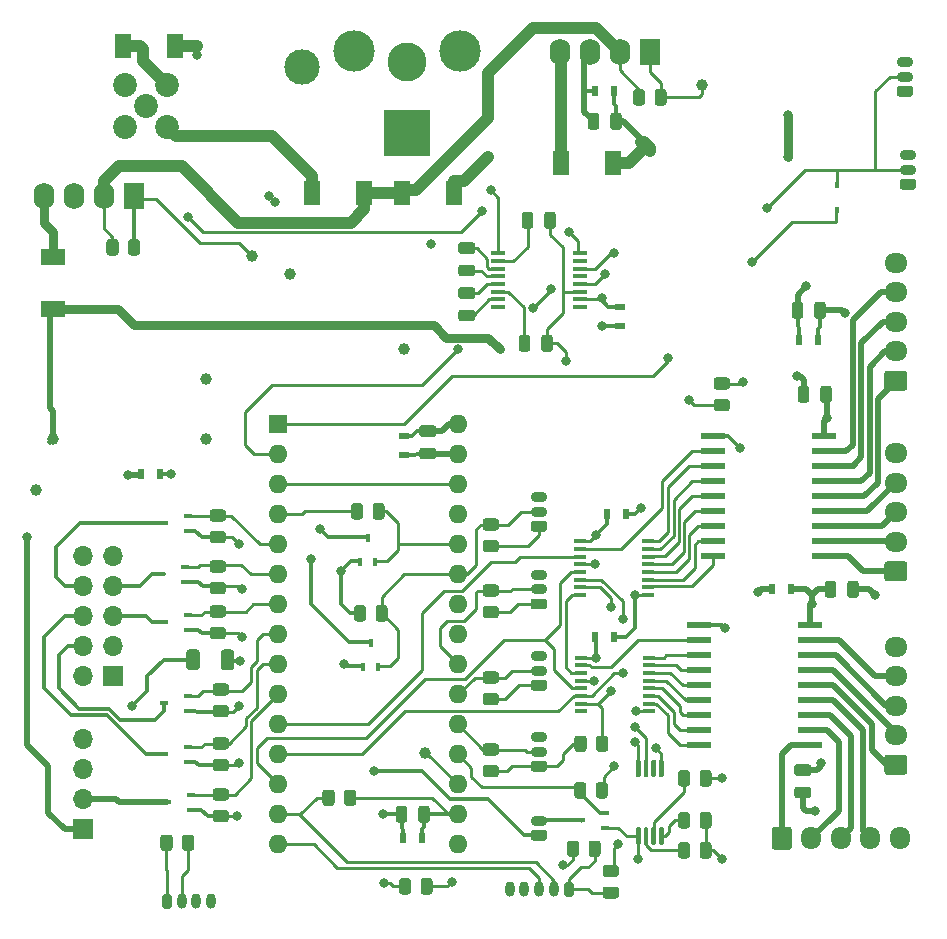
<source format=gbr>
%TF.GenerationSoftware,KiCad,Pcbnew,(5.1.8)-1*%
%TF.CreationDate,2022-01-24T15:12:58-08:00*%
%TF.ProjectId,BLE-33_baseboard,424c452d-3333-45f6-9261-7365626f6172,rev?*%
%TF.SameCoordinates,Original*%
%TF.FileFunction,Copper,L4,Bot*%
%TF.FilePolarity,Positive*%
%FSLAX46Y46*%
G04 Gerber Fmt 4.6, Leading zero omitted, Abs format (unit mm)*
G04 Created by KiCad (PCBNEW (5.1.8)-1) date 2022-01-24 15:12:58*
%MOMM*%
%LPD*%
G01*
G04 APERTURE LIST*
%TA.AperFunction,ComponentPad*%
%ADD10C,2.025000*%
%TD*%
%TA.AperFunction,SMDPad,CuDef*%
%ADD11R,0.540000X0.940000*%
%TD*%
%TA.AperFunction,SMDPad,CuDef*%
%ADD12R,0.940000X0.540000*%
%TD*%
%TA.AperFunction,SMDPad,CuDef*%
%ADD13R,0.450000X0.600000*%
%TD*%
%TA.AperFunction,ComponentPad*%
%ADD14C,1.000000*%
%TD*%
%TA.AperFunction,ComponentPad*%
%ADD15O,1.700000X1.950000*%
%TD*%
%TA.AperFunction,ComponentPad*%
%ADD16O,1.950000X1.700000*%
%TD*%
%TA.AperFunction,ComponentPad*%
%ADD17O,1.700000X1.700000*%
%TD*%
%TA.AperFunction,ComponentPad*%
%ADD18R,1.700000X1.700000*%
%TD*%
%TA.AperFunction,SMDPad,CuDef*%
%ADD19R,0.700000X0.450000*%
%TD*%
%TA.AperFunction,SMDPad,CuDef*%
%ADD20R,0.450000X0.700000*%
%TD*%
%TA.AperFunction,ComponentPad*%
%ADD21C,3.000000*%
%TD*%
%TA.AperFunction,ComponentPad*%
%ADD22O,1.400000X0.900000*%
%TD*%
%TA.AperFunction,ComponentPad*%
%ADD23R,1.750000X2.250000*%
%TD*%
%TA.AperFunction,ComponentPad*%
%ADD24O,1.750000X2.250000*%
%TD*%
%TA.AperFunction,SMDPad,CuDef*%
%ADD25R,1.000000X0.400000*%
%TD*%
%TA.AperFunction,SMDPad,CuDef*%
%ADD26R,1.200000X0.400000*%
%TD*%
%TA.AperFunction,SMDPad,CuDef*%
%ADD27R,2.000000X0.600000*%
%TD*%
%TA.AperFunction,ComponentPad*%
%ADD28O,0.800000X1.300000*%
%TD*%
%TA.AperFunction,ComponentPad*%
%ADD29C,3.500000*%
%TD*%
%TA.AperFunction,ComponentPad*%
%ADD30C,3.300000*%
%TD*%
%TA.AperFunction,ComponentPad*%
%ADD31R,4.000000X4.000000*%
%TD*%
%TA.AperFunction,SMDPad,CuDef*%
%ADD32R,2.100000X1.400000*%
%TD*%
%TA.AperFunction,SMDPad,CuDef*%
%ADD33R,1.400000X2.100000*%
%TD*%
%TA.AperFunction,ComponentPad*%
%ADD34O,1.600000X1.600000*%
%TD*%
%TA.AperFunction,ComponentPad*%
%ADD35R,1.600000X1.600000*%
%TD*%
%TA.AperFunction,ViaPad*%
%ADD36C,0.800000*%
%TD*%
%TA.AperFunction,Conductor*%
%ADD37C,1.000000*%
%TD*%
%TA.AperFunction,Conductor*%
%ADD38C,0.500000*%
%TD*%
%TA.AperFunction,Conductor*%
%ADD39C,0.350000*%
%TD*%
%TA.AperFunction,Conductor*%
%ADD40C,0.250000*%
%TD*%
%TA.AperFunction,Conductor*%
%ADD41C,0.750000*%
%TD*%
G04 APERTURE END LIST*
D10*
%TO.P,J19,5*%
%TO.N,GND*%
X108974000Y-58428000D03*
%TO.P,J19,4*%
%TO.N,Net-(D4-Pad2)*%
X110744000Y-56658000D03*
%TO.P,J19,3*%
%TO.N,Net-(J19-Pad3)*%
X107204000Y-56658000D03*
%TO.P,J19,2*%
%TO.N,Net-(J19-Pad2)*%
X107204000Y-60198000D03*
%TO.P,J19,1*%
%TO.N,Net-(D5-Pad2)*%
X110744000Y-60198000D03*
%TD*%
D11*
%TO.P,C15,2*%
%TO.N,/Motors*%
X163614000Y-99314000D03*
%TO.P,C15,1*%
%TO.N,GND*%
X162014000Y-99314000D03*
%TD*%
%TO.P,C14,2*%
%TO.N,/Motors*%
X165900000Y-78232000D03*
%TO.P,C14,1*%
%TO.N,GND*%
X164300000Y-78232000D03*
%TD*%
%TO.P,C13,2*%
%TO.N,+3V3*%
X147028000Y-103378000D03*
%TO.P,C13,1*%
%TO.N,GND*%
X148628000Y-103378000D03*
%TD*%
%TO.P,C12,2*%
%TO.N,+3V3*%
X132372000Y-120396000D03*
%TO.P,C12,1*%
%TO.N,GND*%
X130772000Y-120396000D03*
%TD*%
D12*
%TO.P,C11,2*%
%TO.N,+3V3*%
X149098000Y-75400000D03*
%TO.P,C11,1*%
%TO.N,GND*%
X149098000Y-77000000D03*
%TD*%
D11*
%TO.P,C10,2*%
%TO.N,+3V3*%
X148044000Y-92964000D03*
%TO.P,C10,1*%
%TO.N,GND*%
X149644000Y-92964000D03*
%TD*%
%TO.P,C7,2*%
%TO.N,+5V*%
X148628000Y-57150000D03*
%TO.P,C7,1*%
%TO.N,GND*%
X147028000Y-57150000D03*
%TD*%
D12*
%TO.P,C6,2*%
%TO.N,+5V*%
X130810000Y-86322000D03*
%TO.P,C6,1*%
%TO.N,GND*%
X130810000Y-87922000D03*
%TD*%
D11*
%TO.P,C5,2*%
%TO.N,+5V*%
X108547000Y-89535000D03*
%TO.P,C5,1*%
%TO.N,GND*%
X110147000Y-89535000D03*
%TD*%
D13*
%TO.P,D3,2*%
%TO.N,Net-(D3-Pad2)*%
X167513000Y-65117000D03*
%TO.P,D3,1*%
%TO.N,Net-(D3-Pad1)*%
X167513000Y-67217000D03*
%TD*%
%TO.P,R24,2*%
%TO.N,+5V*%
%TA.AperFunction,SMDPad,CuDef*%
G36*
G01*
X113527000Y-104657999D02*
X113527000Y-105908001D01*
G75*
G02*
X113277001Y-106158000I-249999J0D01*
G01*
X112651999Y-106158000D01*
G75*
G02*
X112402000Y-105908001I0J249999D01*
G01*
X112402000Y-104657999D01*
G75*
G02*
X112651999Y-104408000I249999J0D01*
G01*
X113277001Y-104408000D01*
G75*
G02*
X113527000Y-104657999I0J-249999D01*
G01*
G37*
%TD.AperFunction*%
%TO.P,R24,1*%
%TO.N,Net-(J1-Pad1)*%
%TA.AperFunction,SMDPad,CuDef*%
G36*
G01*
X116452000Y-104657999D02*
X116452000Y-105908001D01*
G75*
G02*
X116202001Y-106158000I-249999J0D01*
G01*
X115576999Y-106158000D01*
G75*
G02*
X115327000Y-105908001I0J249999D01*
G01*
X115327000Y-104657999D01*
G75*
G02*
X115576999Y-104408000I249999J0D01*
G01*
X116202001Y-104408000D01*
G75*
G02*
X116452000Y-104657999I0J-249999D01*
G01*
G37*
%TD.AperFunction*%
%TD*%
%TO.P,R26,2*%
%TO.N,/SCL*%
%TA.AperFunction,SMDPad,CuDef*%
G36*
G01*
X112033000Y-121227001D02*
X112033000Y-120326999D01*
G75*
G02*
X112282999Y-120077000I249999J0D01*
G01*
X112808001Y-120077000D01*
G75*
G02*
X113058000Y-120326999I0J-249999D01*
G01*
X113058000Y-121227001D01*
G75*
G02*
X112808001Y-121477000I-249999J0D01*
G01*
X112282999Y-121477000D01*
G75*
G02*
X112033000Y-121227001I0J249999D01*
G01*
G37*
%TD.AperFunction*%
%TO.P,R26,1*%
%TO.N,+3V3*%
%TA.AperFunction,SMDPad,CuDef*%
G36*
G01*
X110208000Y-121227001D02*
X110208000Y-120326999D01*
G75*
G02*
X110457999Y-120077000I249999J0D01*
G01*
X110983001Y-120077000D01*
G75*
G02*
X111233000Y-120326999I0J-249999D01*
G01*
X111233000Y-121227001D01*
G75*
G02*
X110983001Y-121477000I-249999J0D01*
G01*
X110457999Y-121477000D01*
G75*
G02*
X110208000Y-121227001I0J249999D01*
G01*
G37*
%TD.AperFunction*%
%TD*%
%TO.P,R22,2*%
%TO.N,/A3*%
%TA.AperFunction,SMDPad,CuDef*%
G36*
G01*
X138626001Y-99930000D02*
X137725999Y-99930000D01*
G75*
G02*
X137476000Y-99680001I0J249999D01*
G01*
X137476000Y-99154999D01*
G75*
G02*
X137725999Y-98905000I249999J0D01*
G01*
X138626001Y-98905000D01*
G75*
G02*
X138876000Y-99154999I0J-249999D01*
G01*
X138876000Y-99680001D01*
G75*
G02*
X138626001Y-99930000I-249999J0D01*
G01*
G37*
%TD.AperFunction*%
%TO.P,R22,1*%
%TO.N,+3V3*%
%TA.AperFunction,SMDPad,CuDef*%
G36*
G01*
X138626001Y-101755000D02*
X137725999Y-101755000D01*
G75*
G02*
X137476000Y-101505001I0J249999D01*
G01*
X137476000Y-100979999D01*
G75*
G02*
X137725999Y-100730000I249999J0D01*
G01*
X138626001Y-100730000D01*
G75*
G02*
X138876000Y-100979999I0J-249999D01*
G01*
X138876000Y-101505001D01*
G75*
G02*
X138626001Y-101755000I-249999J0D01*
G01*
G37*
%TD.AperFunction*%
%TD*%
D14*
%TO.P,TP9,1*%
%TO.N,Net-(PS2-Pad1)*%
X117983000Y-71120000D03*
%TD*%
%TO.P,TP3,1*%
%TO.N,Net-(PS1-Pad1)*%
X156083000Y-56642000D03*
%TD*%
%TO.P,R29,2*%
%TO.N,/SCK*%
%TA.AperFunction,SMDPad,CuDef*%
G36*
G01*
X132226000Y-124910001D02*
X132226000Y-124009999D01*
G75*
G02*
X132475999Y-123760000I249999J0D01*
G01*
X133001001Y-123760000D01*
G75*
G02*
X133251000Y-124009999I0J-249999D01*
G01*
X133251000Y-124910001D01*
G75*
G02*
X133001001Y-125160000I-249999J0D01*
G01*
X132475999Y-125160000D01*
G75*
G02*
X132226000Y-124910001I0J249999D01*
G01*
G37*
%TD.AperFunction*%
%TO.P,R29,1*%
%TO.N,+3V3*%
%TA.AperFunction,SMDPad,CuDef*%
G36*
G01*
X130401000Y-124910001D02*
X130401000Y-124009999D01*
G75*
G02*
X130650999Y-123760000I249999J0D01*
G01*
X131176001Y-123760000D01*
G75*
G02*
X131426000Y-124009999I0J-249999D01*
G01*
X131426000Y-124910001D01*
G75*
G02*
X131176001Y-125160000I-249999J0D01*
G01*
X130650999Y-125160000D01*
G75*
G02*
X130401000Y-124910001I0J249999D01*
G01*
G37*
%TD.AperFunction*%
%TD*%
%TO.P,R28,2*%
%TO.N,/SDA*%
%TA.AperFunction,SMDPad,CuDef*%
G36*
G01*
X148786001Y-123679000D02*
X147885999Y-123679000D01*
G75*
G02*
X147636000Y-123429001I0J249999D01*
G01*
X147636000Y-122903999D01*
G75*
G02*
X147885999Y-122654000I249999J0D01*
G01*
X148786001Y-122654000D01*
G75*
G02*
X149036000Y-122903999I0J-249999D01*
G01*
X149036000Y-123429001D01*
G75*
G02*
X148786001Y-123679000I-249999J0D01*
G01*
G37*
%TD.AperFunction*%
%TO.P,R28,1*%
%TO.N,+3V3*%
%TA.AperFunction,SMDPad,CuDef*%
G36*
G01*
X148786001Y-125504000D02*
X147885999Y-125504000D01*
G75*
G02*
X147636000Y-125254001I0J249999D01*
G01*
X147636000Y-124728999D01*
G75*
G02*
X147885999Y-124479000I249999J0D01*
G01*
X148786001Y-124479000D01*
G75*
G02*
X149036000Y-124728999I0J-249999D01*
G01*
X149036000Y-125254001D01*
G75*
G02*
X148786001Y-125504000I-249999J0D01*
G01*
G37*
%TD.AperFunction*%
%TD*%
%TO.P,R27,2*%
%TO.N,/MISO*%
%TA.AperFunction,SMDPad,CuDef*%
G36*
G01*
X145650000Y-120834999D02*
X145650000Y-121735001D01*
G75*
G02*
X145400001Y-121985000I-249999J0D01*
G01*
X144874999Y-121985000D01*
G75*
G02*
X144625000Y-121735001I0J249999D01*
G01*
X144625000Y-120834999D01*
G75*
G02*
X144874999Y-120585000I249999J0D01*
G01*
X145400001Y-120585000D01*
G75*
G02*
X145650000Y-120834999I0J-249999D01*
G01*
G37*
%TD.AperFunction*%
%TO.P,R27,1*%
%TO.N,+3V3*%
%TA.AperFunction,SMDPad,CuDef*%
G36*
G01*
X147475000Y-120834999D02*
X147475000Y-121735001D01*
G75*
G02*
X147225001Y-121985000I-249999J0D01*
G01*
X146699999Y-121985000D01*
G75*
G02*
X146450000Y-121735001I0J249999D01*
G01*
X146450000Y-120834999D01*
G75*
G02*
X146699999Y-120585000I249999J0D01*
G01*
X147225001Y-120585000D01*
G75*
G02*
X147475000Y-120834999I0J-249999D01*
G01*
G37*
%TD.AperFunction*%
%TD*%
%TO.P,R25,2*%
%TO.N,/MOSI*%
%TA.AperFunction,SMDPad,CuDef*%
G36*
G01*
X124949000Y-116516999D02*
X124949000Y-117417001D01*
G75*
G02*
X124699001Y-117667000I-249999J0D01*
G01*
X124173999Y-117667000D01*
G75*
G02*
X123924000Y-117417001I0J249999D01*
G01*
X123924000Y-116516999D01*
G75*
G02*
X124173999Y-116267000I249999J0D01*
G01*
X124699001Y-116267000D01*
G75*
G02*
X124949000Y-116516999I0J-249999D01*
G01*
G37*
%TD.AperFunction*%
%TO.P,R25,1*%
%TO.N,+3V3*%
%TA.AperFunction,SMDPad,CuDef*%
G36*
G01*
X126774000Y-116516999D02*
X126774000Y-117417001D01*
G75*
G02*
X126524001Y-117667000I-249999J0D01*
G01*
X125998999Y-117667000D01*
G75*
G02*
X125749000Y-117417001I0J249999D01*
G01*
X125749000Y-116516999D01*
G75*
G02*
X125998999Y-116267000I249999J0D01*
G01*
X126524001Y-116267000D01*
G75*
G02*
X126774000Y-116516999I0J-249999D01*
G01*
G37*
%TD.AperFunction*%
%TD*%
%TO.P,R23,2*%
%TO.N,/A6*%
%TA.AperFunction,SMDPad,CuDef*%
G36*
G01*
X138626001Y-94342000D02*
X137725999Y-94342000D01*
G75*
G02*
X137476000Y-94092001I0J249999D01*
G01*
X137476000Y-93566999D01*
G75*
G02*
X137725999Y-93317000I249999J0D01*
G01*
X138626001Y-93317000D01*
G75*
G02*
X138876000Y-93566999I0J-249999D01*
G01*
X138876000Y-94092001D01*
G75*
G02*
X138626001Y-94342000I-249999J0D01*
G01*
G37*
%TD.AperFunction*%
%TO.P,R23,1*%
%TO.N,+3V3*%
%TA.AperFunction,SMDPad,CuDef*%
G36*
G01*
X138626001Y-96167000D02*
X137725999Y-96167000D01*
G75*
G02*
X137476000Y-95917001I0J249999D01*
G01*
X137476000Y-95391999D01*
G75*
G02*
X137725999Y-95142000I249999J0D01*
G01*
X138626001Y-95142000D01*
G75*
G02*
X138876000Y-95391999I0J-249999D01*
G01*
X138876000Y-95917001D01*
G75*
G02*
X138626001Y-96167000I-249999J0D01*
G01*
G37*
%TD.AperFunction*%
%TD*%
%TO.P,R21,2*%
%TO.N,/A2*%
%TA.AperFunction,SMDPad,CuDef*%
G36*
G01*
X138626001Y-107296000D02*
X137725999Y-107296000D01*
G75*
G02*
X137476000Y-107046001I0J249999D01*
G01*
X137476000Y-106520999D01*
G75*
G02*
X137725999Y-106271000I249999J0D01*
G01*
X138626001Y-106271000D01*
G75*
G02*
X138876000Y-106520999I0J-249999D01*
G01*
X138876000Y-107046001D01*
G75*
G02*
X138626001Y-107296000I-249999J0D01*
G01*
G37*
%TD.AperFunction*%
%TO.P,R21,1*%
%TO.N,+3V3*%
%TA.AperFunction,SMDPad,CuDef*%
G36*
G01*
X138626001Y-109121000D02*
X137725999Y-109121000D01*
G75*
G02*
X137476000Y-108871001I0J249999D01*
G01*
X137476000Y-108345999D01*
G75*
G02*
X137725999Y-108096000I249999J0D01*
G01*
X138626001Y-108096000D01*
G75*
G02*
X138876000Y-108345999I0J-249999D01*
G01*
X138876000Y-108871001D01*
G75*
G02*
X138626001Y-109121000I-249999J0D01*
G01*
G37*
%TD.AperFunction*%
%TD*%
%TO.P,R20,2*%
%TO.N,/A1*%
%TA.AperFunction,SMDPad,CuDef*%
G36*
G01*
X138626001Y-113392000D02*
X137725999Y-113392000D01*
G75*
G02*
X137476000Y-113142001I0J249999D01*
G01*
X137476000Y-112616999D01*
G75*
G02*
X137725999Y-112367000I249999J0D01*
G01*
X138626001Y-112367000D01*
G75*
G02*
X138876000Y-112616999I0J-249999D01*
G01*
X138876000Y-113142001D01*
G75*
G02*
X138626001Y-113392000I-249999J0D01*
G01*
G37*
%TD.AperFunction*%
%TO.P,R20,1*%
%TO.N,+3V3*%
%TA.AperFunction,SMDPad,CuDef*%
G36*
G01*
X138626001Y-115217000D02*
X137725999Y-115217000D01*
G75*
G02*
X137476000Y-114967001I0J249999D01*
G01*
X137476000Y-114441999D01*
G75*
G02*
X137725999Y-114192000I249999J0D01*
G01*
X138626001Y-114192000D01*
G75*
G02*
X138876000Y-114441999I0J-249999D01*
G01*
X138876000Y-114967001D01*
G75*
G02*
X138626001Y-115217000I-249999J0D01*
G01*
G37*
%TD.AperFunction*%
%TD*%
%TO.P,R19,2*%
%TO.N,Net-(R19-Pad2)*%
%TA.AperFunction,SMDPad,CuDef*%
G36*
G01*
X147085000Y-112845001D02*
X147085000Y-111944999D01*
G75*
G02*
X147334999Y-111695000I249999J0D01*
G01*
X147860001Y-111695000D01*
G75*
G02*
X148110000Y-111944999I0J-249999D01*
G01*
X148110000Y-112845001D01*
G75*
G02*
X147860001Y-113095000I-249999J0D01*
G01*
X147334999Y-113095000D01*
G75*
G02*
X147085000Y-112845001I0J249999D01*
G01*
G37*
%TD.AperFunction*%
%TO.P,R19,1*%
%TO.N,+3V3*%
%TA.AperFunction,SMDPad,CuDef*%
G36*
G01*
X145260000Y-112845001D02*
X145260000Y-111944999D01*
G75*
G02*
X145509999Y-111695000I249999J0D01*
G01*
X146035001Y-111695000D01*
G75*
G02*
X146285000Y-111944999I0J-249999D01*
G01*
X146285000Y-112845001D01*
G75*
G02*
X146035001Y-113095000I-249999J0D01*
G01*
X145509999Y-113095000D01*
G75*
G02*
X145260000Y-112845001I0J249999D01*
G01*
G37*
%TD.AperFunction*%
%TD*%
%TO.P,TP2,1*%
%TO.N,Net-(A1-Pad18)*%
X132588000Y-113157000D03*
%TD*%
D15*
%TO.P,J8,5*%
%TO.N,Net-(F5-Pad2)*%
X172814000Y-120396000D03*
%TO.P,J8,4*%
%TO.N,Net-(J8-Pad4)*%
X170314000Y-120396000D03*
%TO.P,J8,3*%
%TO.N,Net-(J8-Pad3)*%
X167814000Y-120396000D03*
%TO.P,J8,2*%
%TO.N,Net-(J8-Pad2)*%
X165314000Y-120396000D03*
%TO.P,J8,1*%
%TO.N,Net-(J8-Pad1)*%
%TA.AperFunction,ComponentPad*%
G36*
G01*
X161964000Y-121121000D02*
X161964000Y-119671000D01*
G75*
G02*
X162214000Y-119421000I250000J0D01*
G01*
X163414000Y-119421000D01*
G75*
G02*
X163664000Y-119671000I0J-250000D01*
G01*
X163664000Y-121121000D01*
G75*
G02*
X163414000Y-121371000I-250000J0D01*
G01*
X162214000Y-121371000D01*
G75*
G02*
X161964000Y-121121000I0J250000D01*
G01*
G37*
%TD.AperFunction*%
%TD*%
D16*
%TO.P,J7,5*%
%TO.N,Net-(F4-Pad2)*%
X172466000Y-104173000D03*
%TO.P,J7,4*%
%TO.N,Net-(J7-Pad4)*%
X172466000Y-106673000D03*
%TO.P,J7,3*%
%TO.N,Net-(J7-Pad3)*%
X172466000Y-109173000D03*
%TO.P,J7,2*%
%TO.N,Net-(J7-Pad2)*%
X172466000Y-111673000D03*
%TO.P,J7,1*%
%TO.N,Net-(J7-Pad1)*%
%TA.AperFunction,ComponentPad*%
G36*
G01*
X173191000Y-115023000D02*
X171741000Y-115023000D01*
G75*
G02*
X171491000Y-114773000I0J250000D01*
G01*
X171491000Y-113573000D01*
G75*
G02*
X171741000Y-113323000I250000J0D01*
G01*
X173191000Y-113323000D01*
G75*
G02*
X173441000Y-113573000I0J-250000D01*
G01*
X173441000Y-114773000D01*
G75*
G02*
X173191000Y-115023000I-250000J0D01*
G01*
G37*
%TD.AperFunction*%
%TD*%
%TO.P,J6,5*%
%TO.N,Net-(F3-Pad2)*%
X172466000Y-87790000D03*
%TO.P,J6,4*%
%TO.N,Net-(J6-Pad4)*%
X172466000Y-90290000D03*
%TO.P,J6,3*%
%TO.N,Net-(J6-Pad3)*%
X172466000Y-92790000D03*
%TO.P,J6,2*%
%TO.N,Net-(J6-Pad2)*%
X172466000Y-95290000D03*
%TO.P,J6,1*%
%TO.N,Net-(J6-Pad1)*%
%TA.AperFunction,ComponentPad*%
G36*
G01*
X173191000Y-98640000D02*
X171741000Y-98640000D01*
G75*
G02*
X171491000Y-98390000I0J250000D01*
G01*
X171491000Y-97190000D01*
G75*
G02*
X171741000Y-96940000I250000J0D01*
G01*
X173191000Y-96940000D01*
G75*
G02*
X173441000Y-97190000I0J-250000D01*
G01*
X173441000Y-98390000D01*
G75*
G02*
X173191000Y-98640000I-250000J0D01*
G01*
G37*
%TD.AperFunction*%
%TD*%
%TO.P,J5,5*%
%TO.N,Net-(F2-Pad2)*%
X172466000Y-71661000D03*
%TO.P,J5,4*%
%TO.N,Net-(J5-Pad4)*%
X172466000Y-74161000D03*
%TO.P,J5,3*%
%TO.N,Net-(J5-Pad3)*%
X172466000Y-76661000D03*
%TO.P,J5,2*%
%TO.N,Net-(J5-Pad2)*%
X172466000Y-79161000D03*
%TO.P,J5,1*%
%TO.N,Net-(J5-Pad1)*%
%TA.AperFunction,ComponentPad*%
G36*
G01*
X173191000Y-82511000D02*
X171741000Y-82511000D01*
G75*
G02*
X171491000Y-82261000I0J250000D01*
G01*
X171491000Y-81061000D01*
G75*
G02*
X171741000Y-80811000I250000J0D01*
G01*
X173191000Y-80811000D01*
G75*
G02*
X173441000Y-81061000I0J-250000D01*
G01*
X173441000Y-82261000D01*
G75*
G02*
X173191000Y-82511000I-250000J0D01*
G01*
G37*
%TD.AperFunction*%
%TD*%
D17*
%TO.P,J4,4*%
%TO.N,/HVACb*%
X103632000Y-112014000D03*
%TO.P,J4,3*%
%TO.N,/HVACa*%
X103632000Y-114554000D03*
%TO.P,J4,2*%
%TO.N,/CAL*%
X103632000Y-117094000D03*
D18*
%TO.P,J4,1*%
%TO.N,Net-(F7-Pad1)*%
X103632000Y-119634000D03*
%TD*%
D19*
%TO.P,Q3,3*%
%TO.N,/M2*%
X110506000Y-93726000D03*
%TO.P,Q3,2*%
%TO.N,GND*%
X112506000Y-94376000D03*
%TO.P,Q3,1*%
%TO.N,Net-(A1-Pad5)*%
X112506000Y-93076000D03*
%TD*%
D20*
%TO.P,Q11,3*%
%TO.N,/M4*%
X128016000Y-103902000D03*
%TO.P,Q11,2*%
%TO.N,GND*%
X127366000Y-105902000D03*
%TO.P,Q11,1*%
%TO.N,/A6*%
X128666000Y-105902000D03*
%TD*%
%TO.P,Q10,3*%
%TO.N,/M3*%
X127762000Y-95012000D03*
%TO.P,Q10,2*%
%TO.N,GND*%
X127112000Y-97012000D03*
%TO.P,Q10,1*%
%TO.N,/A7*%
X128412000Y-97012000D03*
%TD*%
D19*
%TO.P,Q9,3*%
%TO.N,Net-(J1-Pad2)*%
X145812000Y-118872000D03*
%TO.P,Q9,2*%
%TO.N,GND*%
X147812000Y-119522000D03*
%TO.P,Q9,1*%
%TO.N,/A0*%
X147812000Y-118222000D03*
%TD*%
%TO.P,Q8,3*%
%TO.N,/GoW*%
X110506000Y-108966000D03*
%TO.P,Q8,2*%
%TO.N,GND*%
X112506000Y-109616000D03*
%TO.P,Q8,1*%
%TO.N,Net-(A1-Pad8)*%
X112506000Y-108316000D03*
%TD*%
%TO.P,Q7,3*%
%TO.N,/CAL*%
X110760000Y-117348000D03*
%TO.P,Q7,2*%
%TO.N,GND*%
X112760000Y-117998000D03*
%TO.P,Q7,1*%
%TO.N,Net-(A1-Pad10)*%
X112760000Y-116698000D03*
%TD*%
%TO.P,Q6,3*%
%TO.N,/M1*%
X110506000Y-113284000D03*
%TO.P,Q6,2*%
%TO.N,GND*%
X112506000Y-113934000D03*
%TO.P,Q6,1*%
%TO.N,Net-(A1-Pad9)*%
X112506000Y-112634000D03*
%TD*%
%TO.P,Q5,3*%
%TO.N,/UV_Boost*%
X110506000Y-102108000D03*
%TO.P,Q5,2*%
%TO.N,GND*%
X112506000Y-102758000D03*
%TO.P,Q5,1*%
%TO.N,Net-(A1-Pad7)*%
X112506000Y-101458000D03*
%TD*%
%TO.P,Q4,3*%
%TO.N,/Mid_LED*%
X110252000Y-98044000D03*
%TO.P,Q4,2*%
%TO.N,GND*%
X112252000Y-98694000D03*
%TO.P,Q4,1*%
%TO.N,Net-(A1-Pad6)*%
X112252000Y-97394000D03*
%TD*%
D21*
%TO.P,REF\u002A\u002A,1*%
%TO.N,GND*%
X122174000Y-55118000D03*
%TD*%
D14*
%TO.P,TP8,1*%
%TO.N,Vdrive*%
X121158000Y-72644000D03*
%TD*%
%TO.P,TP7,1*%
%TO.N,GND*%
X114046000Y-86614000D03*
%TD*%
%TO.P,TP6,1*%
%TO.N,+3V3*%
X114046000Y-81534000D03*
%TD*%
%TO.P,TP5,1*%
%TO.N,+5V*%
X99695000Y-90932000D03*
%TD*%
%TO.P,TP4,1*%
%TO.N,/HV-PWR*%
X101092000Y-86614000D03*
%TD*%
%TO.P,R18,2*%
%TO.N,GND*%
%TA.AperFunction,SMDPad,CuDef*%
G36*
G01*
X127616000Y-100895998D02*
X127616000Y-101796002D01*
G75*
G02*
X127366002Y-102046000I-249998J0D01*
G01*
X126840998Y-102046000D01*
G75*
G02*
X126591000Y-101796002I0J249998D01*
G01*
X126591000Y-100895998D01*
G75*
G02*
X126840998Y-100646000I249998J0D01*
G01*
X127366002Y-100646000D01*
G75*
G02*
X127616000Y-100895998I0J-249998D01*
G01*
G37*
%TD.AperFunction*%
%TO.P,R18,1*%
%TO.N,/A6*%
%TA.AperFunction,SMDPad,CuDef*%
G36*
G01*
X129441000Y-100895998D02*
X129441000Y-101796002D01*
G75*
G02*
X129191002Y-102046000I-249998J0D01*
G01*
X128665998Y-102046000D01*
G75*
G02*
X128416000Y-101796002I0J249998D01*
G01*
X128416000Y-100895998D01*
G75*
G02*
X128665998Y-100646000I249998J0D01*
G01*
X129191002Y-100646000D01*
G75*
G02*
X129441000Y-100895998I0J-249998D01*
G01*
G37*
%TD.AperFunction*%
%TD*%
%TO.P,R17,2*%
%TO.N,GND*%
%TA.AperFunction,SMDPad,CuDef*%
G36*
G01*
X127362000Y-92259998D02*
X127362000Y-93160002D01*
G75*
G02*
X127112002Y-93410000I-249998J0D01*
G01*
X126586998Y-93410000D01*
G75*
G02*
X126337000Y-93160002I0J249998D01*
G01*
X126337000Y-92259998D01*
G75*
G02*
X126586998Y-92010000I249998J0D01*
G01*
X127112002Y-92010000D01*
G75*
G02*
X127362000Y-92259998I0J-249998D01*
G01*
G37*
%TD.AperFunction*%
%TO.P,R17,1*%
%TO.N,/A7*%
%TA.AperFunction,SMDPad,CuDef*%
G36*
G01*
X129187000Y-92259998D02*
X129187000Y-93160002D01*
G75*
G02*
X128937002Y-93410000I-249998J0D01*
G01*
X128411998Y-93410000D01*
G75*
G02*
X128162000Y-93160002I0J249998D01*
G01*
X128162000Y-92259998D01*
G75*
G02*
X128411998Y-92010000I249998J0D01*
G01*
X128937002Y-92010000D01*
G75*
G02*
X129187000Y-92259998I0J-249998D01*
G01*
G37*
%TD.AperFunction*%
%TD*%
D17*
%TO.P,J3,10*%
%TO.N,/M3*%
X103632000Y-96520000D03*
%TO.P,J3,9*%
%TO.N,/M4*%
X106172000Y-96520000D03*
%TO.P,J3,8*%
%TO.N,/M2*%
X103632000Y-99060000D03*
%TO.P,J3,7*%
%TO.N,/Mid_LED*%
X106172000Y-99060000D03*
%TO.P,J3,6*%
%TO.N,/M1*%
X103632000Y-101600000D03*
%TO.P,J3,5*%
%TO.N,/UV_Boost*%
X106172000Y-101600000D03*
%TO.P,J3,4*%
%TO.N,/GoW*%
X103632000Y-104140000D03*
%TO.P,J3,3*%
%TO.N,Net-(F6-Pad1)*%
X106172000Y-104140000D03*
%TO.P,J3,2*%
%TO.N,/HVACb*%
X103632000Y-106680000D03*
D18*
%TO.P,J3,1*%
%TO.N,/HVACa*%
X106172000Y-106680000D03*
%TD*%
%TO.P,R3,2*%
%TO.N,GND*%
%TA.AperFunction,SMDPad,CuDef*%
G36*
G01*
X114611998Y-102508000D02*
X115512002Y-102508000D01*
G75*
G02*
X115762000Y-102757998I0J-249998D01*
G01*
X115762000Y-103283002D01*
G75*
G02*
X115512002Y-103533000I-249998J0D01*
G01*
X114611998Y-103533000D01*
G75*
G02*
X114362000Y-103283002I0J249998D01*
G01*
X114362000Y-102757998D01*
G75*
G02*
X114611998Y-102508000I249998J0D01*
G01*
G37*
%TD.AperFunction*%
%TO.P,R3,1*%
%TO.N,Net-(A1-Pad7)*%
%TA.AperFunction,SMDPad,CuDef*%
G36*
G01*
X114611998Y-100683000D02*
X115512002Y-100683000D01*
G75*
G02*
X115762000Y-100932998I0J-249998D01*
G01*
X115762000Y-101458002D01*
G75*
G02*
X115512002Y-101708000I-249998J0D01*
G01*
X114611998Y-101708000D01*
G75*
G02*
X114362000Y-101458002I0J249998D01*
G01*
X114362000Y-100932998D01*
G75*
G02*
X114611998Y-100683000I249998J0D01*
G01*
G37*
%TD.AperFunction*%
%TD*%
%TO.P,R16,2*%
%TO.N,GND*%
%TA.AperFunction,SMDPad,CuDef*%
G36*
G01*
X147061500Y-116782002D02*
X147061500Y-115881998D01*
G75*
G02*
X147311498Y-115632000I249998J0D01*
G01*
X147836502Y-115632000D01*
G75*
G02*
X148086500Y-115881998I0J-249998D01*
G01*
X148086500Y-116782002D01*
G75*
G02*
X147836502Y-117032000I-249998J0D01*
G01*
X147311498Y-117032000D01*
G75*
G02*
X147061500Y-116782002I0J249998D01*
G01*
G37*
%TD.AperFunction*%
%TO.P,R16,1*%
%TO.N,/A0*%
%TA.AperFunction,SMDPad,CuDef*%
G36*
G01*
X145236500Y-116782002D02*
X145236500Y-115881998D01*
G75*
G02*
X145486498Y-115632000I249998J0D01*
G01*
X146011502Y-115632000D01*
G75*
G02*
X146261500Y-115881998I0J-249998D01*
G01*
X146261500Y-116782002D01*
G75*
G02*
X146011502Y-117032000I-249998J0D01*
G01*
X145486498Y-117032000D01*
G75*
G02*
X145236500Y-116782002I0J249998D01*
G01*
G37*
%TD.AperFunction*%
%TD*%
%TO.P,R15,2*%
%TO.N,Vdrive*%
%TA.AperFunction,SMDPad,CuDef*%
G36*
G01*
X106661000Y-69907998D02*
X106661000Y-70808002D01*
G75*
G02*
X106411002Y-71058000I-249998J0D01*
G01*
X105885998Y-71058000D01*
G75*
G02*
X105636000Y-70808002I0J249998D01*
G01*
X105636000Y-69907998D01*
G75*
G02*
X105885998Y-69658000I249998J0D01*
G01*
X106411002Y-69658000D01*
G75*
G02*
X106661000Y-69907998I0J-249998D01*
G01*
G37*
%TD.AperFunction*%
%TO.P,R15,1*%
%TO.N,Net-(PS2-Pad1)*%
%TA.AperFunction,SMDPad,CuDef*%
G36*
G01*
X108486000Y-69907998D02*
X108486000Y-70808002D01*
G75*
G02*
X108236002Y-71058000I-249998J0D01*
G01*
X107710998Y-71058000D01*
G75*
G02*
X107461000Y-70808002I0J249998D01*
G01*
X107461000Y-69907998D01*
G75*
G02*
X107710998Y-69658000I249998J0D01*
G01*
X108236002Y-69658000D01*
G75*
G02*
X108486000Y-69907998I0J-249998D01*
G01*
G37*
%TD.AperFunction*%
%TD*%
%TO.P,R14,2*%
%TO.N,Vdrive*%
%TA.AperFunction,SMDPad,CuDef*%
G36*
G01*
X151238000Y-57207998D02*
X151238000Y-58108002D01*
G75*
G02*
X150988002Y-58358000I-249998J0D01*
G01*
X150462998Y-58358000D01*
G75*
G02*
X150213000Y-58108002I0J249998D01*
G01*
X150213000Y-57207998D01*
G75*
G02*
X150462998Y-56958000I249998J0D01*
G01*
X150988002Y-56958000D01*
G75*
G02*
X151238000Y-57207998I0J-249998D01*
G01*
G37*
%TD.AperFunction*%
%TO.P,R14,1*%
%TO.N,Net-(PS1-Pad1)*%
%TA.AperFunction,SMDPad,CuDef*%
G36*
G01*
X153063000Y-57207998D02*
X153063000Y-58108002D01*
G75*
G02*
X152813002Y-58358000I-249998J0D01*
G01*
X152287998Y-58358000D01*
G75*
G02*
X152038000Y-58108002I0J249998D01*
G01*
X152038000Y-57207998D01*
G75*
G02*
X152287998Y-56958000I249998J0D01*
G01*
X152813002Y-56958000D01*
G75*
G02*
X153063000Y-57207998I0J-249998D01*
G01*
G37*
%TD.AperFunction*%
%TD*%
%TO.P,R13,2*%
%TO.N,Net-(D3-Pad2)*%
%TA.AperFunction,SMDPad,CuDef*%
G36*
G01*
X158184002Y-82404000D02*
X157283998Y-82404000D01*
G75*
G02*
X157034000Y-82154002I0J249998D01*
G01*
X157034000Y-81628998D01*
G75*
G02*
X157283998Y-81379000I249998J0D01*
G01*
X158184002Y-81379000D01*
G75*
G02*
X158434000Y-81628998I0J-249998D01*
G01*
X158434000Y-82154002D01*
G75*
G02*
X158184002Y-82404000I-249998J0D01*
G01*
G37*
%TD.AperFunction*%
%TO.P,R13,1*%
%TO.N,+3V3*%
%TA.AperFunction,SMDPad,CuDef*%
G36*
G01*
X158184002Y-84229000D02*
X157283998Y-84229000D01*
G75*
G02*
X157034000Y-83979002I0J249998D01*
G01*
X157034000Y-83453998D01*
G75*
G02*
X157283998Y-83204000I249998J0D01*
G01*
X158184002Y-83204000D01*
G75*
G02*
X158434000Y-83453998I0J-249998D01*
G01*
X158434000Y-83979002D01*
G75*
G02*
X158184002Y-84229000I-249998J0D01*
G01*
G37*
%TD.AperFunction*%
%TD*%
%TO.P,R12,2*%
%TO.N,GND*%
%TA.AperFunction,SMDPad,CuDef*%
G36*
G01*
X114865998Y-109112000D02*
X115766002Y-109112000D01*
G75*
G02*
X116016000Y-109361998I0J-249998D01*
G01*
X116016000Y-109887002D01*
G75*
G02*
X115766002Y-110137000I-249998J0D01*
G01*
X114865998Y-110137000D01*
G75*
G02*
X114616000Y-109887002I0J249998D01*
G01*
X114616000Y-109361998D01*
G75*
G02*
X114865998Y-109112000I249998J0D01*
G01*
G37*
%TD.AperFunction*%
%TO.P,R12,1*%
%TO.N,Net-(A1-Pad8)*%
%TA.AperFunction,SMDPad,CuDef*%
G36*
G01*
X114865998Y-107287000D02*
X115766002Y-107287000D01*
G75*
G02*
X116016000Y-107536998I0J-249998D01*
G01*
X116016000Y-108062002D01*
G75*
G02*
X115766002Y-108312000I-249998J0D01*
G01*
X114865998Y-108312000D01*
G75*
G02*
X114616000Y-108062002I0J249998D01*
G01*
X114616000Y-107536998D01*
G75*
G02*
X114865998Y-107287000I249998J0D01*
G01*
G37*
%TD.AperFunction*%
%TD*%
%TO.P,R11,2*%
%TO.N,GND*%
%TA.AperFunction,SMDPad,CuDef*%
G36*
G01*
X114865998Y-118002000D02*
X115766002Y-118002000D01*
G75*
G02*
X116016000Y-118251998I0J-249998D01*
G01*
X116016000Y-118777002D01*
G75*
G02*
X115766002Y-119027000I-249998J0D01*
G01*
X114865998Y-119027000D01*
G75*
G02*
X114616000Y-118777002I0J249998D01*
G01*
X114616000Y-118251998D01*
G75*
G02*
X114865998Y-118002000I249998J0D01*
G01*
G37*
%TD.AperFunction*%
%TO.P,R11,1*%
%TO.N,Net-(A1-Pad10)*%
%TA.AperFunction,SMDPad,CuDef*%
G36*
G01*
X114865998Y-116177000D02*
X115766002Y-116177000D01*
G75*
G02*
X116016000Y-116426998I0J-249998D01*
G01*
X116016000Y-116952002D01*
G75*
G02*
X115766002Y-117202000I-249998J0D01*
G01*
X114865998Y-117202000D01*
G75*
G02*
X114616000Y-116952002I0J249998D01*
G01*
X114616000Y-116426998D01*
G75*
G02*
X114865998Y-116177000I249998J0D01*
G01*
G37*
%TD.AperFunction*%
%TD*%
%TO.P,R10,2*%
%TO.N,GND*%
%TA.AperFunction,SMDPad,CuDef*%
G36*
G01*
X114865998Y-113684000D02*
X115766002Y-113684000D01*
G75*
G02*
X116016000Y-113933998I0J-249998D01*
G01*
X116016000Y-114459002D01*
G75*
G02*
X115766002Y-114709000I-249998J0D01*
G01*
X114865998Y-114709000D01*
G75*
G02*
X114616000Y-114459002I0J249998D01*
G01*
X114616000Y-113933998D01*
G75*
G02*
X114865998Y-113684000I249998J0D01*
G01*
G37*
%TD.AperFunction*%
%TO.P,R10,1*%
%TO.N,Net-(A1-Pad9)*%
%TA.AperFunction,SMDPad,CuDef*%
G36*
G01*
X114865998Y-111859000D02*
X115766002Y-111859000D01*
G75*
G02*
X116016000Y-112108998I0J-249998D01*
G01*
X116016000Y-112634002D01*
G75*
G02*
X115766002Y-112884000I-249998J0D01*
G01*
X114865998Y-112884000D01*
G75*
G02*
X114616000Y-112634002I0J249998D01*
G01*
X114616000Y-112108998D01*
G75*
G02*
X114865998Y-111859000I249998J0D01*
G01*
G37*
%TD.AperFunction*%
%TD*%
%TO.P,R8,2*%
%TO.N,Net-(R8-Pad2)*%
%TA.AperFunction,SMDPad,CuDef*%
G36*
G01*
X155048000Y-118421998D02*
X155048000Y-119322002D01*
G75*
G02*
X154798002Y-119572000I-249998J0D01*
G01*
X154272998Y-119572000D01*
G75*
G02*
X154023000Y-119322002I0J249998D01*
G01*
X154023000Y-118421998D01*
G75*
G02*
X154272998Y-118172000I249998J0D01*
G01*
X154798002Y-118172000D01*
G75*
G02*
X155048000Y-118421998I0J-249998D01*
G01*
G37*
%TD.AperFunction*%
%TO.P,R8,1*%
%TO.N,+3V3*%
%TA.AperFunction,SMDPad,CuDef*%
G36*
G01*
X156873000Y-118421998D02*
X156873000Y-119322002D01*
G75*
G02*
X156623002Y-119572000I-249998J0D01*
G01*
X156097998Y-119572000D01*
G75*
G02*
X155848000Y-119322002I0J249998D01*
G01*
X155848000Y-118421998D01*
G75*
G02*
X156097998Y-118172000I249998J0D01*
G01*
X156623002Y-118172000D01*
G75*
G02*
X156873000Y-118421998I0J-249998D01*
G01*
G37*
%TD.AperFunction*%
%TD*%
%TO.P,R6,2*%
%TO.N,Net-(R6-Pad2)*%
%TA.AperFunction,SMDPad,CuDef*%
G36*
G01*
X155048000Y-114865998D02*
X155048000Y-115766002D01*
G75*
G02*
X154798002Y-116016000I-249998J0D01*
G01*
X154272998Y-116016000D01*
G75*
G02*
X154023000Y-115766002I0J249998D01*
G01*
X154023000Y-114865998D01*
G75*
G02*
X154272998Y-114616000I249998J0D01*
G01*
X154798002Y-114616000D01*
G75*
G02*
X155048000Y-114865998I0J-249998D01*
G01*
G37*
%TD.AperFunction*%
%TO.P,R6,1*%
%TO.N,+3V3*%
%TA.AperFunction,SMDPad,CuDef*%
G36*
G01*
X156873000Y-114865998D02*
X156873000Y-115766002D01*
G75*
G02*
X156623002Y-116016000I-249998J0D01*
G01*
X156097998Y-116016000D01*
G75*
G02*
X155848000Y-115766002I0J249998D01*
G01*
X155848000Y-114865998D01*
G75*
G02*
X156097998Y-114616000I249998J0D01*
G01*
X156623002Y-114616000D01*
G75*
G02*
X156873000Y-114865998I0J-249998D01*
G01*
G37*
%TD.AperFunction*%
%TD*%
%TO.P,R4,2*%
%TO.N,Net-(R4-Pad2)*%
%TA.AperFunction,SMDPad,CuDef*%
G36*
G01*
X155048000Y-120961998D02*
X155048000Y-121862002D01*
G75*
G02*
X154798002Y-122112000I-249998J0D01*
G01*
X154272998Y-122112000D01*
G75*
G02*
X154023000Y-121862002I0J249998D01*
G01*
X154023000Y-120961998D01*
G75*
G02*
X154272998Y-120712000I249998J0D01*
G01*
X154798002Y-120712000D01*
G75*
G02*
X155048000Y-120961998I0J-249998D01*
G01*
G37*
%TD.AperFunction*%
%TO.P,R4,1*%
%TO.N,+3V3*%
%TA.AperFunction,SMDPad,CuDef*%
G36*
G01*
X156873000Y-120961998D02*
X156873000Y-121862002D01*
G75*
G02*
X156623002Y-122112000I-249998J0D01*
G01*
X156097998Y-122112000D01*
G75*
G02*
X155848000Y-121862002I0J249998D01*
G01*
X155848000Y-120961998D01*
G75*
G02*
X156097998Y-120712000I249998J0D01*
G01*
X156623002Y-120712000D01*
G75*
G02*
X156873000Y-120961998I0J-249998D01*
G01*
G37*
%TD.AperFunction*%
%TD*%
%TO.P,R2,2*%
%TO.N,GND*%
%TA.AperFunction,SMDPad,CuDef*%
G36*
G01*
X114611998Y-98698000D02*
X115512002Y-98698000D01*
G75*
G02*
X115762000Y-98947998I0J-249998D01*
G01*
X115762000Y-99473002D01*
G75*
G02*
X115512002Y-99723000I-249998J0D01*
G01*
X114611998Y-99723000D01*
G75*
G02*
X114362000Y-99473002I0J249998D01*
G01*
X114362000Y-98947998D01*
G75*
G02*
X114611998Y-98698000I249998J0D01*
G01*
G37*
%TD.AperFunction*%
%TO.P,R2,1*%
%TO.N,Net-(A1-Pad6)*%
%TA.AperFunction,SMDPad,CuDef*%
G36*
G01*
X114611998Y-96873000D02*
X115512002Y-96873000D01*
G75*
G02*
X115762000Y-97122998I0J-249998D01*
G01*
X115762000Y-97648002D01*
G75*
G02*
X115512002Y-97898000I-249998J0D01*
G01*
X114611998Y-97898000D01*
G75*
G02*
X114362000Y-97648002I0J249998D01*
G01*
X114362000Y-97122998D01*
G75*
G02*
X114611998Y-96873000I249998J0D01*
G01*
G37*
%TD.AperFunction*%
%TD*%
%TO.P,R1,2*%
%TO.N,GND*%
%TA.AperFunction,SMDPad,CuDef*%
G36*
G01*
X114611998Y-94380000D02*
X115512002Y-94380000D01*
G75*
G02*
X115762000Y-94629998I0J-249998D01*
G01*
X115762000Y-95155002D01*
G75*
G02*
X115512002Y-95405000I-249998J0D01*
G01*
X114611998Y-95405000D01*
G75*
G02*
X114362000Y-95155002I0J249998D01*
G01*
X114362000Y-94629998D01*
G75*
G02*
X114611998Y-94380000I249998J0D01*
G01*
G37*
%TD.AperFunction*%
%TO.P,R1,1*%
%TO.N,Net-(A1-Pad5)*%
%TA.AperFunction,SMDPad,CuDef*%
G36*
G01*
X114611998Y-92555000D02*
X115512002Y-92555000D01*
G75*
G02*
X115762000Y-92804998I0J-249998D01*
G01*
X115762000Y-93330002D01*
G75*
G02*
X115512002Y-93580000I-249998J0D01*
G01*
X114611998Y-93580000D01*
G75*
G02*
X114362000Y-93330002I0J249998D01*
G01*
X114362000Y-92804998D01*
G75*
G02*
X114611998Y-92555000I249998J0D01*
G01*
G37*
%TD.AperFunction*%
%TD*%
%TO.P,C20,2*%
%TO.N,GND*%
%TA.AperFunction,SMDPad,CuDef*%
G36*
G01*
X165158000Y-82329000D02*
X165158000Y-83279000D01*
G75*
G02*
X164908000Y-83529000I-250000J0D01*
G01*
X164408000Y-83529000D01*
G75*
G02*
X164158000Y-83279000I0J250000D01*
G01*
X164158000Y-82329000D01*
G75*
G02*
X164408000Y-82079000I250000J0D01*
G01*
X164908000Y-82079000D01*
G75*
G02*
X165158000Y-82329000I0J-250000D01*
G01*
G37*
%TD.AperFunction*%
%TO.P,C20,1*%
%TO.N,/Motors*%
%TA.AperFunction,SMDPad,CuDef*%
G36*
G01*
X167058000Y-82329000D02*
X167058000Y-83279000D01*
G75*
G02*
X166808000Y-83529000I-250000J0D01*
G01*
X166308000Y-83529000D01*
G75*
G02*
X166058000Y-83279000I0J250000D01*
G01*
X166058000Y-82329000D01*
G75*
G02*
X166308000Y-82079000I250000J0D01*
G01*
X166808000Y-82079000D01*
G75*
G02*
X167058000Y-82329000I0J-250000D01*
G01*
G37*
%TD.AperFunction*%
%TD*%
%TO.P,C19,2*%
%TO.N,GND*%
%TA.AperFunction,SMDPad,CuDef*%
G36*
G01*
X165067000Y-115120000D02*
X164117000Y-115120000D01*
G75*
G02*
X163867000Y-114870000I0J250000D01*
G01*
X163867000Y-114370000D01*
G75*
G02*
X164117000Y-114120000I250000J0D01*
G01*
X165067000Y-114120000D01*
G75*
G02*
X165317000Y-114370000I0J-250000D01*
G01*
X165317000Y-114870000D01*
G75*
G02*
X165067000Y-115120000I-250000J0D01*
G01*
G37*
%TD.AperFunction*%
%TO.P,C19,1*%
%TO.N,/Motors*%
%TA.AperFunction,SMDPad,CuDef*%
G36*
G01*
X165067000Y-117020000D02*
X164117000Y-117020000D01*
G75*
G02*
X163867000Y-116770000I0J250000D01*
G01*
X163867000Y-116270000D01*
G75*
G02*
X164117000Y-116020000I250000J0D01*
G01*
X165067000Y-116020000D01*
G75*
G02*
X165317000Y-116270000I0J-250000D01*
G01*
X165317000Y-116770000D01*
G75*
G02*
X165067000Y-117020000I-250000J0D01*
G01*
G37*
%TD.AperFunction*%
%TD*%
%TO.P,C18,2*%
%TO.N,GND*%
%TA.AperFunction,SMDPad,CuDef*%
G36*
G01*
X168344000Y-99789000D02*
X168344000Y-98839000D01*
G75*
G02*
X168594000Y-98589000I250000J0D01*
G01*
X169094000Y-98589000D01*
G75*
G02*
X169344000Y-98839000I0J-250000D01*
G01*
X169344000Y-99789000D01*
G75*
G02*
X169094000Y-100039000I-250000J0D01*
G01*
X168594000Y-100039000D01*
G75*
G02*
X168344000Y-99789000I0J250000D01*
G01*
G37*
%TD.AperFunction*%
%TO.P,C18,1*%
%TO.N,/Motors*%
%TA.AperFunction,SMDPad,CuDef*%
G36*
G01*
X166444000Y-99789000D02*
X166444000Y-98839000D01*
G75*
G02*
X166694000Y-98589000I250000J0D01*
G01*
X167194000Y-98589000D01*
G75*
G02*
X167444000Y-98839000I0J-250000D01*
G01*
X167444000Y-99789000D01*
G75*
G02*
X167194000Y-100039000I-250000J0D01*
G01*
X166694000Y-100039000D01*
G75*
G02*
X166444000Y-99789000I0J250000D01*
G01*
G37*
%TD.AperFunction*%
%TD*%
%TO.P,C17,2*%
%TO.N,GND*%
%TA.AperFunction,SMDPad,CuDef*%
G36*
G01*
X164650000Y-75217000D02*
X164650000Y-76167000D01*
G75*
G02*
X164400000Y-76417000I-250000J0D01*
G01*
X163900000Y-76417000D01*
G75*
G02*
X163650000Y-76167000I0J250000D01*
G01*
X163650000Y-75217000D01*
G75*
G02*
X163900000Y-74967000I250000J0D01*
G01*
X164400000Y-74967000D01*
G75*
G02*
X164650000Y-75217000I0J-250000D01*
G01*
G37*
%TD.AperFunction*%
%TO.P,C17,1*%
%TO.N,/Motors*%
%TA.AperFunction,SMDPad,CuDef*%
G36*
G01*
X166550000Y-75217000D02*
X166550000Y-76167000D01*
G75*
G02*
X166300000Y-76417000I-250000J0D01*
G01*
X165800000Y-76417000D01*
G75*
G02*
X165550000Y-76167000I0J250000D01*
G01*
X165550000Y-75217000D01*
G75*
G02*
X165800000Y-74967000I250000J0D01*
G01*
X166300000Y-74967000D01*
G75*
G02*
X166550000Y-75217000I0J-250000D01*
G01*
G37*
%TD.AperFunction*%
%TD*%
%TO.P,C16,2*%
%TO.N,GND*%
%TA.AperFunction,SMDPad,CuDef*%
G36*
G01*
X131122000Y-117889000D02*
X131122000Y-118839000D01*
G75*
G02*
X130872000Y-119089000I-250000J0D01*
G01*
X130372000Y-119089000D01*
G75*
G02*
X130122000Y-118839000I0J250000D01*
G01*
X130122000Y-117889000D01*
G75*
G02*
X130372000Y-117639000I250000J0D01*
G01*
X130872000Y-117639000D01*
G75*
G02*
X131122000Y-117889000I0J-250000D01*
G01*
G37*
%TD.AperFunction*%
%TO.P,C16,1*%
%TO.N,+3V3*%
%TA.AperFunction,SMDPad,CuDef*%
G36*
G01*
X133022000Y-117889000D02*
X133022000Y-118839000D01*
G75*
G02*
X132772000Y-119089000I-250000J0D01*
G01*
X132272000Y-119089000D01*
G75*
G02*
X132022000Y-118839000I0J250000D01*
G01*
X132022000Y-117889000D01*
G75*
G02*
X132272000Y-117639000I250000J0D01*
G01*
X132772000Y-117639000D01*
G75*
G02*
X133022000Y-117889000I0J-250000D01*
G01*
G37*
%TD.AperFunction*%
%TD*%
%TO.P,C9,2*%
%TO.N,GND*%
%TA.AperFunction,SMDPad,CuDef*%
G36*
G01*
X132367000Y-87318000D02*
X133317000Y-87318000D01*
G75*
G02*
X133567000Y-87568000I0J-250000D01*
G01*
X133567000Y-88068000D01*
G75*
G02*
X133317000Y-88318000I-250000J0D01*
G01*
X132367000Y-88318000D01*
G75*
G02*
X132117000Y-88068000I0J250000D01*
G01*
X132117000Y-87568000D01*
G75*
G02*
X132367000Y-87318000I250000J0D01*
G01*
G37*
%TD.AperFunction*%
%TO.P,C9,1*%
%TO.N,+5V*%
%TA.AperFunction,SMDPad,CuDef*%
G36*
G01*
X132367000Y-85418000D02*
X133317000Y-85418000D01*
G75*
G02*
X133567000Y-85668000I0J-250000D01*
G01*
X133567000Y-86168000D01*
G75*
G02*
X133317000Y-86418000I-250000J0D01*
G01*
X132367000Y-86418000D01*
G75*
G02*
X132117000Y-86168000I0J250000D01*
G01*
X132117000Y-85668000D01*
G75*
G02*
X132367000Y-85418000I250000J0D01*
G01*
G37*
%TD.AperFunction*%
%TD*%
%TO.P,C8,2*%
%TO.N,GND*%
%TA.AperFunction,SMDPad,CuDef*%
G36*
G01*
X147378000Y-59215000D02*
X147378000Y-60165000D01*
G75*
G02*
X147128000Y-60415000I-250000J0D01*
G01*
X146628000Y-60415000D01*
G75*
G02*
X146378000Y-60165000I0J250000D01*
G01*
X146378000Y-59215000D01*
G75*
G02*
X146628000Y-58965000I250000J0D01*
G01*
X147128000Y-58965000D01*
G75*
G02*
X147378000Y-59215000I0J-250000D01*
G01*
G37*
%TD.AperFunction*%
%TO.P,C8,1*%
%TO.N,+5V*%
%TA.AperFunction,SMDPad,CuDef*%
G36*
G01*
X149278000Y-59215000D02*
X149278000Y-60165000D01*
G75*
G02*
X149028000Y-60415000I-250000J0D01*
G01*
X148528000Y-60415000D01*
G75*
G02*
X148278000Y-60165000I0J250000D01*
G01*
X148278000Y-59215000D01*
G75*
G02*
X148528000Y-58965000I250000J0D01*
G01*
X149028000Y-58965000D01*
G75*
G02*
X149278000Y-59215000I0J-250000D01*
G01*
G37*
%TD.AperFunction*%
%TD*%
%TO.P,C4,2*%
%TO.N,Net-(C4-Pad2)*%
%TA.AperFunction,SMDPad,CuDef*%
G36*
G01*
X141790000Y-67597000D02*
X141790000Y-68547000D01*
G75*
G02*
X141540000Y-68797000I-250000J0D01*
G01*
X141040000Y-68797000D01*
G75*
G02*
X140790000Y-68547000I0J250000D01*
G01*
X140790000Y-67597000D01*
G75*
G02*
X141040000Y-67347000I250000J0D01*
G01*
X141540000Y-67347000D01*
G75*
G02*
X141790000Y-67597000I0J-250000D01*
G01*
G37*
%TD.AperFunction*%
%TO.P,C4,1*%
%TO.N,GND*%
%TA.AperFunction,SMDPad,CuDef*%
G36*
G01*
X143690000Y-67597000D02*
X143690000Y-68547000D01*
G75*
G02*
X143440000Y-68797000I-250000J0D01*
G01*
X142940000Y-68797000D01*
G75*
G02*
X142690000Y-68547000I0J250000D01*
G01*
X142690000Y-67597000D01*
G75*
G02*
X142940000Y-67347000I250000J0D01*
G01*
X143440000Y-67347000D01*
G75*
G02*
X143690000Y-67597000I0J-250000D01*
G01*
G37*
%TD.AperFunction*%
%TD*%
%TO.P,C3,2*%
%TO.N,GND*%
%TA.AperFunction,SMDPad,CuDef*%
G36*
G01*
X142436000Y-78961000D02*
X142436000Y-78011000D01*
G75*
G02*
X142686000Y-77761000I250000J0D01*
G01*
X143186000Y-77761000D01*
G75*
G02*
X143436000Y-78011000I0J-250000D01*
G01*
X143436000Y-78961000D01*
G75*
G02*
X143186000Y-79211000I-250000J0D01*
G01*
X142686000Y-79211000D01*
G75*
G02*
X142436000Y-78961000I0J250000D01*
G01*
G37*
%TD.AperFunction*%
%TO.P,C3,1*%
%TO.N,Net-(C3-Pad1)*%
%TA.AperFunction,SMDPad,CuDef*%
G36*
G01*
X140536000Y-78961000D02*
X140536000Y-78011000D01*
G75*
G02*
X140786000Y-77761000I250000J0D01*
G01*
X141286000Y-77761000D01*
G75*
G02*
X141536000Y-78011000I0J-250000D01*
G01*
X141536000Y-78961000D01*
G75*
G02*
X141286000Y-79211000I-250000J0D01*
G01*
X140786000Y-79211000D01*
G75*
G02*
X140536000Y-78961000I0J250000D01*
G01*
G37*
%TD.AperFunction*%
%TD*%
%TO.P,C2,2*%
%TO.N,Net-(C2-Pad2)*%
%TA.AperFunction,SMDPad,CuDef*%
G36*
G01*
X136619000Y-70924000D02*
X135669000Y-70924000D01*
G75*
G02*
X135419000Y-70674000I0J250000D01*
G01*
X135419000Y-70174000D01*
G75*
G02*
X135669000Y-69924000I250000J0D01*
G01*
X136619000Y-69924000D01*
G75*
G02*
X136869000Y-70174000I0J-250000D01*
G01*
X136869000Y-70674000D01*
G75*
G02*
X136619000Y-70924000I-250000J0D01*
G01*
G37*
%TD.AperFunction*%
%TO.P,C2,1*%
%TO.N,Net-(C2-Pad1)*%
%TA.AperFunction,SMDPad,CuDef*%
G36*
G01*
X136619000Y-72824000D02*
X135669000Y-72824000D01*
G75*
G02*
X135419000Y-72574000I0J250000D01*
G01*
X135419000Y-72074000D01*
G75*
G02*
X135669000Y-71824000I250000J0D01*
G01*
X136619000Y-71824000D01*
G75*
G02*
X136869000Y-72074000I0J-250000D01*
G01*
X136869000Y-72574000D01*
G75*
G02*
X136619000Y-72824000I-250000J0D01*
G01*
G37*
%TD.AperFunction*%
%TD*%
D22*
%TO.P,J1,2*%
%TO.N,Net-(J1-Pad2)*%
X142240000Y-118892000D03*
%TO.P,J1,1*%
%TO.N,Net-(J1-Pad1)*%
%TA.AperFunction,ComponentPad*%
G36*
G01*
X142715000Y-120592000D02*
X141765000Y-120592000D01*
G75*
G02*
X141540000Y-120367000I0J225000D01*
G01*
X141540000Y-119917000D01*
G75*
G02*
X141765000Y-119692000I225000J0D01*
G01*
X142715000Y-119692000D01*
G75*
G02*
X142940000Y-119917000I0J-225000D01*
G01*
X142940000Y-120367000D01*
G75*
G02*
X142715000Y-120592000I-225000J0D01*
G01*
G37*
%TD.AperFunction*%
%TD*%
D14*
%TO.P,TP1,1*%
%TO.N,Net-(A1-Pad28)*%
X130810000Y-78994000D03*
%TD*%
D23*
%TO.P,PS1,1*%
%TO.N,Net-(PS1-Pad1)*%
X151638000Y-53848000D03*
D24*
%TO.P,PS1,2*%
%TO.N,Vdrive*%
X149098000Y-53848000D03*
%TO.P,PS1,3*%
%TO.N,GND*%
X146558000Y-53848000D03*
%TO.P,PS1,4*%
%TO.N,Net-(D2-Pad2)*%
X144018000Y-53848000D03*
%TD*%
D23*
%TO.P,PS2,1*%
%TO.N,Net-(PS2-Pad1)*%
X107950000Y-66040000D03*
D24*
%TO.P,PS2,2*%
%TO.N,Vdrive*%
X105410000Y-66040000D03*
%TO.P,PS2,3*%
%TO.N,GND*%
X102870000Y-66040000D03*
%TO.P,PS2,4*%
%TO.N,Net-(D6-Pad2)*%
X100330000Y-66040000D03*
%TD*%
%TO.P,C1,2*%
%TO.N,Net-(C1-Pad2)*%
%TA.AperFunction,SMDPad,CuDef*%
G36*
G01*
X136619000Y-74734000D02*
X135669000Y-74734000D01*
G75*
G02*
X135419000Y-74484000I0J250000D01*
G01*
X135419000Y-73984000D01*
G75*
G02*
X135669000Y-73734000I250000J0D01*
G01*
X136619000Y-73734000D01*
G75*
G02*
X136869000Y-73984000I0J-250000D01*
G01*
X136869000Y-74484000D01*
G75*
G02*
X136619000Y-74734000I-250000J0D01*
G01*
G37*
%TD.AperFunction*%
%TO.P,C1,1*%
%TO.N,Net-(C1-Pad1)*%
%TA.AperFunction,SMDPad,CuDef*%
G36*
G01*
X136619000Y-76634000D02*
X135669000Y-76634000D01*
G75*
G02*
X135419000Y-76384000I0J250000D01*
G01*
X135419000Y-75884000D01*
G75*
G02*
X135669000Y-75634000I250000J0D01*
G01*
X136619000Y-75634000D01*
G75*
G02*
X136869000Y-75884000I0J-250000D01*
G01*
X136869000Y-76384000D01*
G75*
G02*
X136619000Y-76634000I-250000J0D01*
G01*
G37*
%TD.AperFunction*%
%TD*%
D25*
%TO.P,U6,16*%
%TO.N,+3V3*%
X145796000Y-105096000D03*
%TO.P,U6,15*%
%TO.N,Net-(Q2-Pad8)*%
X145796000Y-105746000D03*
%TO.P,U6,14*%
%TO.N,Net-(U5-Pad9)*%
X145796000Y-106396000D03*
%TO.P,U6,13*%
%TO.N,GND*%
X145796000Y-107046000D03*
%TO.P,U6,12*%
%TO.N,Net-(A1-Pad13)*%
X145796000Y-107696000D03*
%TO.P,U6,11*%
%TO.N,Net-(A1-Pad12)*%
X145796000Y-108346000D03*
%TO.P,U6,10*%
%TO.N,Net-(R19-Pad2)*%
X145796000Y-108996000D03*
%TO.P,U6,9*%
%TO.N,Net-(U6-Pad9)*%
X145796000Y-109646000D03*
%TO.P,U6,8*%
%TO.N,GND*%
X151596000Y-109646000D03*
%TO.P,U6,7*%
%TO.N,Net-(Q2-Pad1)*%
X151596000Y-108996000D03*
%TO.P,U6,6*%
%TO.N,Net-(Q2-Pad2)*%
X151596000Y-108346000D03*
%TO.P,U6,5*%
%TO.N,Net-(Q2-Pad3)*%
X151596000Y-107696000D03*
%TO.P,U6,4*%
%TO.N,Net-(Q2-Pad4)*%
X151596000Y-107046000D03*
%TO.P,U6,3*%
%TO.N,Net-(Q2-Pad5)*%
X151596000Y-106396000D03*
%TO.P,U6,2*%
%TO.N,Net-(Q2-Pad6)*%
X151596000Y-105746000D03*
%TO.P,U6,1*%
%TO.N,Net-(Q2-Pad7)*%
X151596000Y-105096000D03*
%TD*%
%TO.P,U5,16*%
%TO.N,+3V3*%
X145690000Y-95261000D03*
%TO.P,U5,15*%
%TO.N,Net-(Q1-Pad8)*%
X145690000Y-95911000D03*
%TO.P,U5,14*%
%TO.N,Net-(A1-Pad11)*%
X145690000Y-96561000D03*
%TO.P,U5,13*%
%TO.N,GND*%
X145690000Y-97211000D03*
%TO.P,U5,12*%
%TO.N,Net-(A1-Pad13)*%
X145690000Y-97861000D03*
%TO.P,U5,11*%
%TO.N,Net-(A1-Pad12)*%
X145690000Y-98511000D03*
%TO.P,U5,10*%
%TO.N,Net-(R19-Pad2)*%
X145690000Y-99161000D03*
%TO.P,U5,9*%
%TO.N,Net-(U5-Pad9)*%
X145690000Y-99811000D03*
%TO.P,U5,8*%
%TO.N,GND*%
X151490000Y-99811000D03*
%TO.P,U5,7*%
%TO.N,Net-(Q1-Pad1)*%
X151490000Y-99161000D03*
%TO.P,U5,6*%
%TO.N,Net-(Q1-Pad2)*%
X151490000Y-98511000D03*
%TO.P,U5,5*%
%TO.N,Net-(Q1-Pad3)*%
X151490000Y-97861000D03*
%TO.P,U5,4*%
%TO.N,Net-(Q1-Pad4)*%
X151490000Y-97211000D03*
%TO.P,U5,3*%
%TO.N,Net-(Q1-Pad5)*%
X151490000Y-96561000D03*
%TO.P,U5,2*%
%TO.N,Net-(Q1-Pad6)*%
X151490000Y-95911000D03*
%TO.P,U5,1*%
%TO.N,Net-(Q1-Pad7)*%
X151490000Y-95261000D03*
%TD*%
%TO.P,U4,8*%
%TO.N,+3V3*%
%TA.AperFunction,SMDPad,CuDef*%
G36*
G01*
X152713000Y-115223000D02*
X152513000Y-115223000D01*
G75*
G02*
X152413000Y-115123000I0J100000D01*
G01*
X152413000Y-113848000D01*
G75*
G02*
X152513000Y-113748000I100000J0D01*
G01*
X152713000Y-113748000D01*
G75*
G02*
X152813000Y-113848000I0J-100000D01*
G01*
X152813000Y-115123000D01*
G75*
G02*
X152713000Y-115223000I-100000J0D01*
G01*
G37*
%TD.AperFunction*%
%TO.P,U4,7*%
%TO.N,Net-(U4-Pad7)*%
%TA.AperFunction,SMDPad,CuDef*%
G36*
G01*
X152063000Y-115223000D02*
X151863000Y-115223000D01*
G75*
G02*
X151763000Y-115123000I0J100000D01*
G01*
X151763000Y-113848000D01*
G75*
G02*
X151863000Y-113748000I100000J0D01*
G01*
X152063000Y-113748000D01*
G75*
G02*
X152163000Y-113848000I0J-100000D01*
G01*
X152163000Y-115123000D01*
G75*
G02*
X152063000Y-115223000I-100000J0D01*
G01*
G37*
%TD.AperFunction*%
%TO.P,U4,6*%
%TO.N,/SCL*%
%TA.AperFunction,SMDPad,CuDef*%
G36*
G01*
X151413000Y-115223000D02*
X151213000Y-115223000D01*
G75*
G02*
X151113000Y-115123000I0J100000D01*
G01*
X151113000Y-113848000D01*
G75*
G02*
X151213000Y-113748000I100000J0D01*
G01*
X151413000Y-113748000D01*
G75*
G02*
X151513000Y-113848000I0J-100000D01*
G01*
X151513000Y-115123000D01*
G75*
G02*
X151413000Y-115223000I-100000J0D01*
G01*
G37*
%TD.AperFunction*%
%TO.P,U4,5*%
%TO.N,/SDA*%
%TA.AperFunction,SMDPad,CuDef*%
G36*
G01*
X150763000Y-115223000D02*
X150563000Y-115223000D01*
G75*
G02*
X150463000Y-115123000I0J100000D01*
G01*
X150463000Y-113848000D01*
G75*
G02*
X150563000Y-113748000I100000J0D01*
G01*
X150763000Y-113748000D01*
G75*
G02*
X150863000Y-113848000I0J-100000D01*
G01*
X150863000Y-115123000D01*
G75*
G02*
X150763000Y-115223000I-100000J0D01*
G01*
G37*
%TD.AperFunction*%
%TO.P,U4,4*%
%TO.N,GND*%
%TA.AperFunction,SMDPad,CuDef*%
G36*
G01*
X150763000Y-120948000D02*
X150563000Y-120948000D01*
G75*
G02*
X150463000Y-120848000I0J100000D01*
G01*
X150463000Y-119573000D01*
G75*
G02*
X150563000Y-119473000I100000J0D01*
G01*
X150763000Y-119473000D01*
G75*
G02*
X150863000Y-119573000I0J-100000D01*
G01*
X150863000Y-120848000D01*
G75*
G02*
X150763000Y-120948000I-100000J0D01*
G01*
G37*
%TD.AperFunction*%
%TO.P,U4,3*%
%TO.N,Net-(R4-Pad2)*%
%TA.AperFunction,SMDPad,CuDef*%
G36*
G01*
X151413000Y-120948000D02*
X151213000Y-120948000D01*
G75*
G02*
X151113000Y-120848000I0J100000D01*
G01*
X151113000Y-119573000D01*
G75*
G02*
X151213000Y-119473000I100000J0D01*
G01*
X151413000Y-119473000D01*
G75*
G02*
X151513000Y-119573000I0J-100000D01*
G01*
X151513000Y-120848000D01*
G75*
G02*
X151413000Y-120948000I-100000J0D01*
G01*
G37*
%TD.AperFunction*%
%TO.P,U4,2*%
%TO.N,Net-(R6-Pad2)*%
%TA.AperFunction,SMDPad,CuDef*%
G36*
G01*
X152063000Y-120948000D02*
X151863000Y-120948000D01*
G75*
G02*
X151763000Y-120848000I0J100000D01*
G01*
X151763000Y-119573000D01*
G75*
G02*
X151863000Y-119473000I100000J0D01*
G01*
X152063000Y-119473000D01*
G75*
G02*
X152163000Y-119573000I0J-100000D01*
G01*
X152163000Y-120848000D01*
G75*
G02*
X152063000Y-120948000I-100000J0D01*
G01*
G37*
%TD.AperFunction*%
%TO.P,U4,1*%
%TO.N,Net-(R8-Pad2)*%
%TA.AperFunction,SMDPad,CuDef*%
G36*
G01*
X152713000Y-120948000D02*
X152513000Y-120948000D01*
G75*
G02*
X152413000Y-120848000I0J100000D01*
G01*
X152413000Y-119573000D01*
G75*
G02*
X152513000Y-119473000I100000J0D01*
G01*
X152713000Y-119473000D01*
G75*
G02*
X152813000Y-119573000I0J-100000D01*
G01*
X152813000Y-120848000D01*
G75*
G02*
X152713000Y-120948000I-100000J0D01*
G01*
G37*
%TD.AperFunction*%
%TD*%
D26*
%TO.P,U3,16*%
%TO.N,Net-(U3-Pad16)*%
X145690000Y-75427000D03*
%TO.P,U3,15*%
%TO.N,+3V3*%
X145690000Y-74777000D03*
%TO.P,U3,14*%
%TO.N,GND*%
X145690000Y-74127000D03*
%TO.P,U3,13*%
%TO.N,Net-(JP4-Pad3)*%
X145690000Y-73477000D03*
%TO.P,U3,12*%
%TO.N,Net-(U3-Pad12)*%
X145690000Y-72827000D03*
%TO.P,U3,11*%
%TO.N,Net-(JP1-Pad3)*%
X145690000Y-72177000D03*
%TO.P,U3,10*%
%TO.N,Net-(U3-Pad10)*%
X145690000Y-71527000D03*
%TO.P,U3,9*%
%TO.N,Net-(JP2-Pad3)*%
X145690000Y-70877000D03*
%TO.P,U3,8*%
%TO.N,Net-(JP3-Pad3)*%
X138790000Y-70877000D03*
%TO.P,U3,7*%
%TO.N,Net-(C4-Pad2)*%
X138790000Y-71527000D03*
%TO.P,U3,6*%
%TO.N,Net-(C2-Pad2)*%
X138790000Y-72177000D03*
%TO.P,U3,5*%
%TO.N,Net-(C2-Pad1)*%
X138790000Y-72827000D03*
%TO.P,U3,4*%
%TO.N,Net-(C1-Pad2)*%
X138790000Y-73477000D03*
%TO.P,U3,3*%
%TO.N,Net-(C3-Pad1)*%
X138790000Y-74127000D03*
%TO.P,U3,2*%
%TO.N,Net-(C1-Pad1)*%
X138790000Y-74777000D03*
%TO.P,U3,1*%
%TO.N,Net-(U3-Pad1)*%
X138790000Y-75427000D03*
%TD*%
D27*
%TO.P,Q2,18*%
%TO.N,Net-(J8-Pad1)*%
X165228000Y-112522000D03*
%TO.P,Q2,17*%
%TO.N,Net-(J8-Pad2)*%
X165228000Y-111252000D03*
%TO.P,Q2,16*%
%TO.N,Net-(J8-Pad3)*%
X165228000Y-109982000D03*
%TO.P,Q2,15*%
%TO.N,Net-(J8-Pad4)*%
X165228000Y-108712000D03*
%TO.P,Q2,14*%
%TO.N,Net-(J7-Pad1)*%
X165228000Y-107442000D03*
%TO.P,Q2,13*%
%TO.N,Net-(J7-Pad2)*%
X165228000Y-106172000D03*
%TO.P,Q2,12*%
%TO.N,Net-(J7-Pad3)*%
X165228000Y-104902000D03*
%TO.P,Q2,11*%
%TO.N,Net-(J7-Pad4)*%
X165228000Y-103632000D03*
%TO.P,Q2,10*%
%TO.N,/Motors*%
X165228000Y-102362000D03*
%TO.P,Q2,9*%
%TO.N,GND*%
X155828000Y-102362000D03*
%TO.P,Q2,8*%
%TO.N,Net-(Q2-Pad8)*%
X155828000Y-103632000D03*
%TO.P,Q2,7*%
%TO.N,Net-(Q2-Pad7)*%
X155828000Y-104902000D03*
%TO.P,Q2,6*%
%TO.N,Net-(Q2-Pad6)*%
X155828000Y-106172000D03*
%TO.P,Q2,5*%
%TO.N,Net-(Q2-Pad5)*%
X155828000Y-107442000D03*
%TO.P,Q2,4*%
%TO.N,Net-(Q2-Pad4)*%
X155828000Y-108712000D03*
%TO.P,Q2,3*%
%TO.N,Net-(Q2-Pad3)*%
X155828000Y-109982000D03*
%TO.P,Q2,2*%
%TO.N,Net-(Q2-Pad2)*%
X155828000Y-111252000D03*
%TO.P,Q2,1*%
%TO.N,Net-(Q2-Pad1)*%
X155828000Y-112522000D03*
%TD*%
%TO.P,Q1,18*%
%TO.N,Net-(J6-Pad1)*%
X166372000Y-96520000D03*
%TO.P,Q1,17*%
%TO.N,Net-(J6-Pad2)*%
X166372000Y-95250000D03*
%TO.P,Q1,16*%
%TO.N,Net-(J6-Pad3)*%
X166372000Y-93980000D03*
%TO.P,Q1,15*%
%TO.N,Net-(J6-Pad4)*%
X166372000Y-92710000D03*
%TO.P,Q1,14*%
%TO.N,Net-(J5-Pad1)*%
X166372000Y-91440000D03*
%TO.P,Q1,13*%
%TO.N,Net-(J5-Pad2)*%
X166372000Y-90170000D03*
%TO.P,Q1,12*%
%TO.N,Net-(J5-Pad3)*%
X166372000Y-88900000D03*
%TO.P,Q1,11*%
%TO.N,Net-(J5-Pad4)*%
X166372000Y-87630000D03*
%TO.P,Q1,10*%
%TO.N,/Motors*%
X166372000Y-86360000D03*
%TO.P,Q1,9*%
%TO.N,GND*%
X156972000Y-86360000D03*
%TO.P,Q1,8*%
%TO.N,Net-(Q1-Pad8)*%
X156972000Y-87630000D03*
%TO.P,Q1,7*%
%TO.N,Net-(Q1-Pad7)*%
X156972000Y-88900000D03*
%TO.P,Q1,6*%
%TO.N,Net-(Q1-Pad6)*%
X156972000Y-90170000D03*
%TO.P,Q1,5*%
%TO.N,Net-(Q1-Pad5)*%
X156972000Y-91440000D03*
%TO.P,Q1,4*%
%TO.N,Net-(Q1-Pad4)*%
X156972000Y-92710000D03*
%TO.P,Q1,3*%
%TO.N,Net-(Q1-Pad3)*%
X156972000Y-93980000D03*
%TO.P,Q1,2*%
%TO.N,Net-(Q1-Pad2)*%
X156972000Y-95250000D03*
%TO.P,Q1,1*%
%TO.N,Net-(Q1-Pad1)*%
X156972000Y-96520000D03*
%TD*%
D22*
%TO.P,J18,3*%
%TO.N,GND*%
X173482000Y-62524000D03*
%TO.P,J18,2*%
%TO.N,Net-(D3-Pad2)*%
X173482000Y-63774000D03*
%TO.P,J18,1*%
%TO.N,Net-(J17-Pad1)*%
%TA.AperFunction,ComponentPad*%
G36*
G01*
X173957000Y-65474000D02*
X173007000Y-65474000D01*
G75*
G02*
X172782000Y-65249000I0J225000D01*
G01*
X172782000Y-64799000D01*
G75*
G02*
X173007000Y-64574000I225000J0D01*
G01*
X173957000Y-64574000D01*
G75*
G02*
X174182000Y-64799000I0J-225000D01*
G01*
X174182000Y-65249000D01*
G75*
G02*
X173957000Y-65474000I-225000J0D01*
G01*
G37*
%TD.AperFunction*%
%TD*%
%TO.P,J17,3*%
%TO.N,GND*%
X173228000Y-54650000D03*
%TO.P,J17,2*%
%TO.N,Net-(D3-Pad2)*%
X173228000Y-55900000D03*
%TO.P,J17,1*%
%TO.N,Net-(J17-Pad1)*%
%TA.AperFunction,ComponentPad*%
G36*
G01*
X173703000Y-57600000D02*
X172753000Y-57600000D01*
G75*
G02*
X172528000Y-57375000I0J225000D01*
G01*
X172528000Y-56925000D01*
G75*
G02*
X172753000Y-56700000I225000J0D01*
G01*
X173703000Y-56700000D01*
G75*
G02*
X173928000Y-56925000I0J-225000D01*
G01*
X173928000Y-57375000D01*
G75*
G02*
X173703000Y-57600000I-225000J0D01*
G01*
G37*
%TD.AperFunction*%
%TD*%
D28*
%TO.P,J15,5*%
%TO.N,GND*%
X139780000Y-124714000D03*
%TO.P,J15,4*%
%TO.N,/SCK*%
X141030000Y-124714000D03*
%TO.P,J15,3*%
%TO.N,/MISO*%
X142280000Y-124714000D03*
%TO.P,J15,2*%
%TO.N,/MOSI*%
X143530000Y-124714000D03*
%TO.P,J15,1*%
%TO.N,+3V3*%
%TA.AperFunction,ComponentPad*%
G36*
G01*
X145180000Y-124264000D02*
X145180000Y-125164000D01*
G75*
G02*
X144980000Y-125364000I-200000J0D01*
G01*
X144580000Y-125364000D01*
G75*
G02*
X144380000Y-125164000I0J200000D01*
G01*
X144380000Y-124264000D01*
G75*
G02*
X144580000Y-124064000I200000J0D01*
G01*
X144980000Y-124064000D01*
G75*
G02*
X145180000Y-124264000I0J-200000D01*
G01*
G37*
%TD.AperFunction*%
%TD*%
D22*
%TO.P,J13,3*%
%TO.N,GND*%
X142240000Y-91480000D03*
%TO.P,J13,2*%
%TO.N,/A6*%
X142240000Y-92730000D03*
%TO.P,J13,1*%
%TO.N,+3V3*%
%TA.AperFunction,ComponentPad*%
G36*
G01*
X142715000Y-94430000D02*
X141765000Y-94430000D01*
G75*
G02*
X141540000Y-94205000I0J225000D01*
G01*
X141540000Y-93755000D01*
G75*
G02*
X141765000Y-93530000I225000J0D01*
G01*
X142715000Y-93530000D01*
G75*
G02*
X142940000Y-93755000I0J-225000D01*
G01*
X142940000Y-94205000D01*
G75*
G02*
X142715000Y-94430000I-225000J0D01*
G01*
G37*
%TD.AperFunction*%
%TD*%
%TO.P,J12,3*%
%TO.N,GND*%
X142240000Y-98064000D03*
%TO.P,J12,2*%
%TO.N,/A3*%
X142240000Y-99314000D03*
%TO.P,J12,1*%
%TO.N,+3V3*%
%TA.AperFunction,ComponentPad*%
G36*
G01*
X142715000Y-101014000D02*
X141765000Y-101014000D01*
G75*
G02*
X141540000Y-100789000I0J225000D01*
G01*
X141540000Y-100339000D01*
G75*
G02*
X141765000Y-100114000I225000J0D01*
G01*
X142715000Y-100114000D01*
G75*
G02*
X142940000Y-100339000I0J-225000D01*
G01*
X142940000Y-100789000D01*
G75*
G02*
X142715000Y-101014000I-225000J0D01*
G01*
G37*
%TD.AperFunction*%
%TD*%
D28*
%TO.P,J11,4*%
%TO.N,GND*%
X114494000Y-125730000D03*
%TO.P,J11,3*%
%TO.N,/SDA*%
X113244000Y-125730000D03*
%TO.P,J11,2*%
%TO.N,/SCL*%
X111994000Y-125730000D03*
%TO.P,J11,1*%
%TO.N,+3V3*%
%TA.AperFunction,ComponentPad*%
G36*
G01*
X110344000Y-126180000D02*
X110344000Y-125280000D01*
G75*
G02*
X110544000Y-125080000I200000J0D01*
G01*
X110944000Y-125080000D01*
G75*
G02*
X111144000Y-125280000I0J-200000D01*
G01*
X111144000Y-126180000D01*
G75*
G02*
X110944000Y-126380000I-200000J0D01*
G01*
X110544000Y-126380000D01*
G75*
G02*
X110344000Y-126180000I0J200000D01*
G01*
G37*
%TD.AperFunction*%
%TD*%
D29*
%TO.P,J10,MP*%
%TO.N,N/C*%
X126564000Y-53706000D03*
X135564000Y-53706000D03*
D30*
%TO.P,J10,2*%
%TO.N,GND*%
X131064000Y-54706000D03*
D31*
%TO.P,J10,1*%
%TO.N,Net-(F1-Pad2)*%
X131064000Y-60706000D03*
%TD*%
D22*
%TO.P,J9,3*%
%TO.N,GND*%
X142240000Y-104942000D03*
%TO.P,J9,2*%
%TO.N,/A2*%
X142240000Y-106192000D03*
%TO.P,J9,1*%
%TO.N,+3V3*%
%TA.AperFunction,ComponentPad*%
G36*
G01*
X142715000Y-107892000D02*
X141765000Y-107892000D01*
G75*
G02*
X141540000Y-107667000I0J225000D01*
G01*
X141540000Y-107217000D01*
G75*
G02*
X141765000Y-106992000I225000J0D01*
G01*
X142715000Y-106992000D01*
G75*
G02*
X142940000Y-107217000I0J-225000D01*
G01*
X142940000Y-107667000D01*
G75*
G02*
X142715000Y-107892000I-225000J0D01*
G01*
G37*
%TD.AperFunction*%
%TD*%
%TO.P,J2,3*%
%TO.N,GND*%
X142240000Y-111800000D03*
%TO.P,J2,2*%
%TO.N,/A1*%
X142240000Y-113050000D03*
%TO.P,J2,1*%
%TO.N,+3V3*%
%TA.AperFunction,ComponentPad*%
G36*
G01*
X142715000Y-114750000D02*
X141765000Y-114750000D01*
G75*
G02*
X141540000Y-114525000I0J225000D01*
G01*
X141540000Y-114075000D01*
G75*
G02*
X141765000Y-113850000I225000J0D01*
G01*
X142715000Y-113850000D01*
G75*
G02*
X142940000Y-114075000I0J-225000D01*
G01*
X142940000Y-114525000D01*
G75*
G02*
X142715000Y-114750000I-225000J0D01*
G01*
G37*
%TD.AperFunction*%
%TD*%
D32*
%TO.P,D6,2*%
%TO.N,Net-(D6-Pad2)*%
X101092000Y-71206000D03*
%TO.P,D6,1*%
%TO.N,/HV-PWR*%
X101092000Y-75606000D03*
%TD*%
D33*
%TO.P,D5,2*%
%TO.N,Net-(D5-Pad2)*%
X123022000Y-65786000D03*
%TO.P,D5,1*%
%TO.N,Vdrive*%
X127422000Y-65786000D03*
%TD*%
%TO.P,D4,2*%
%TO.N,Net-(D4-Pad2)*%
X107020000Y-53340000D03*
%TO.P,D4,1*%
%TO.N,+5V*%
X111420000Y-53340000D03*
%TD*%
%TO.P,D2,2*%
%TO.N,Net-(D2-Pad2)*%
X144104000Y-63246000D03*
%TO.P,D2,1*%
%TO.N,+5V*%
X148504000Y-63246000D03*
%TD*%
%TO.P,D1,2*%
%TO.N,Net-(D1-Pad2)*%
X135042000Y-65786000D03*
%TO.P,D1,1*%
%TO.N,Vdrive*%
X130642000Y-65786000D03*
%TD*%
D34*
%TO.P,A1,16*%
%TO.N,/SCK*%
X135382000Y-120904000D03*
%TO.P,A1,15*%
%TO.N,/MISO*%
X120142000Y-120904000D03*
%TO.P,A1,30*%
%TO.N,+5V*%
X135382000Y-85344000D03*
%TO.P,A1,14*%
%TO.N,/MOSI*%
X120142000Y-118364000D03*
%TO.P,A1,29*%
%TO.N,GND*%
X135382000Y-87884000D03*
%TO.P,A1,13*%
%TO.N,Net-(A1-Pad13)*%
X120142000Y-115824000D03*
%TO.P,A1,28*%
%TO.N,Net-(A1-Pad28)*%
X135382000Y-90424000D03*
%TO.P,A1,12*%
%TO.N,Net-(A1-Pad12)*%
X120142000Y-113284000D03*
%TO.P,A1,27*%
%TO.N,Net-(A1-Pad27)*%
X135382000Y-92964000D03*
%TO.P,A1,11*%
%TO.N,Net-(A1-Pad11)*%
X120142000Y-110744000D03*
%TO.P,A1,26*%
%TO.N,/A7*%
X135382000Y-95504000D03*
%TO.P,A1,10*%
%TO.N,Net-(A1-Pad10)*%
X120142000Y-108204000D03*
%TO.P,A1,25*%
%TO.N,/A6*%
X135382000Y-98044000D03*
%TO.P,A1,9*%
%TO.N,Net-(A1-Pad9)*%
X120142000Y-105664000D03*
%TO.P,A1,24*%
%TO.N,/SCL*%
X135382000Y-100584000D03*
%TO.P,A1,8*%
%TO.N,Net-(A1-Pad8)*%
X120142000Y-103124000D03*
%TO.P,A1,23*%
%TO.N,/SDA*%
X135382000Y-103124000D03*
%TO.P,A1,7*%
%TO.N,Net-(A1-Pad7)*%
X120142000Y-100584000D03*
%TO.P,A1,22*%
%TO.N,/A3*%
X135382000Y-105664000D03*
%TO.P,A1,6*%
%TO.N,Net-(A1-Pad6)*%
X120142000Y-98044000D03*
%TO.P,A1,21*%
%TO.N,/A2*%
X135382000Y-108204000D03*
%TO.P,A1,5*%
%TO.N,Net-(A1-Pad5)*%
X120142000Y-95504000D03*
%TO.P,A1,20*%
%TO.N,/A1*%
X135382000Y-110744000D03*
%TO.P,A1,4*%
%TO.N,GND*%
X120142000Y-92964000D03*
%TO.P,A1,19*%
%TO.N,/A0*%
X135382000Y-113284000D03*
%TO.P,A1,3*%
%TO.N,Net-(A1-Pad28)*%
X120142000Y-90424000D03*
%TO.P,A1,18*%
%TO.N,Net-(A1-Pad18)*%
X135382000Y-115824000D03*
%TO.P,A1,2*%
%TO.N,/RX1*%
X120142000Y-87884000D03*
%TO.P,A1,17*%
%TO.N,+3V3*%
X135382000Y-118364000D03*
D35*
%TO.P,A1,1*%
%TO.N,/TX1*%
X120142000Y-85344000D03*
%TD*%
D36*
%TO.N,+5V*%
X151130000Y-61468000D03*
X151638000Y-62230000D03*
X113284000Y-53340000D03*
X113284000Y-54102000D03*
X119380000Y-66040000D03*
X119888000Y-66548000D03*
X133096000Y-70104000D03*
X107442000Y-89662000D03*
X107823000Y-109220000D03*
%TO.N,GND*%
X146954000Y-107046000D03*
X150450000Y-109646000D03*
X150663000Y-122133000D03*
X148590000Y-114300000D03*
X116840000Y-95504000D03*
X117094000Y-99314000D03*
X117094000Y-103378000D03*
X116840000Y-109220000D03*
X116840000Y-114046000D03*
X116689500Y-118514500D03*
X157988000Y-102616000D03*
X150379000Y-99811000D03*
X159258000Y-87376000D03*
X146995000Y-97211000D03*
X144526000Y-80010000D03*
X166116000Y-114046000D03*
X170688000Y-99822000D03*
X164084000Y-81280000D03*
X164846000Y-73660000D03*
X160782000Y-99568000D03*
X129032000Y-118364000D03*
X150876000Y-92456000D03*
X147612000Y-77000000D03*
X111125000Y-89535000D03*
X125730000Y-105664000D03*
X125476000Y-97790000D03*
%TO.N,Net-(A1-Pad12)*%
X149352000Y-101854000D03*
X149352000Y-106426000D03*
%TO.N,/SCL*%
X150368000Y-110998000D03*
%TO.N,/SDA*%
X150368000Y-112268000D03*
X148971000Y-120904000D03*
%TO.N,/RX1*%
X135382000Y-78994000D03*
%TO.N,+3V3*%
X147066000Y-105156000D03*
X152146000Y-112776000D03*
X157734000Y-115316000D03*
X157734000Y-122174000D03*
X147061347Y-94746653D03*
X147574000Y-74676000D03*
X154940000Y-83312000D03*
X129159000Y-124206000D03*
%TO.N,/TX1*%
X153162000Y-79756000D03*
%TO.N,Net-(D1-Pad2)*%
X137922000Y-62738000D03*
X137414000Y-63246000D03*
%TO.N,Vdrive*%
X163322000Y-62738000D03*
X163322000Y-59182000D03*
%TO.N,Net-(D3-Pad2)*%
X159512000Y-81788000D03*
X161544000Y-67056000D03*
%TO.N,Net-(D3-Pad1)*%
X160274000Y-71628000D03*
%TO.N,/HV-PWR*%
X138938000Y-78994000D03*
%TO.N,/MISO*%
X144272000Y-122682000D03*
%TO.N,/SCK*%
X134874000Y-124079000D03*
%TO.N,Net-(JP1-Pad3)*%
X148590000Y-70866000D03*
%TO.N,Net-(JP2-Pad3)*%
X141762000Y-75468000D03*
X143256000Y-73914000D03*
X144780000Y-69088000D03*
%TO.N,Net-(JP3-Pad3)*%
X138176000Y-65532000D03*
%TO.N,Net-(JP4-Pad3)*%
X147823347Y-72639347D03*
%TO.N,Net-(J19-Pad3)*%
X137414000Y-67310000D03*
X112522000Y-67818000D03*
%TO.N,/Motors*%
X168148000Y-75946000D03*
X166624000Y-84836000D03*
X165354000Y-100584000D03*
X165608000Y-118110000D03*
%TO.N,/M3*%
X123698000Y-94234000D03*
%TO.N,/M4*%
X122936000Y-96774000D03*
%TO.N,Net-(R19-Pad2)*%
X148336000Y-107950000D03*
X148336000Y-100838000D03*
%TO.N,Net-(J1-Pad1)*%
X128270000Y-114681000D03*
X116967000Y-105345998D03*
%TO.N,Net-(F7-Pad1)*%
X98933000Y-94869000D03*
%TD*%
D37*
%TO.N,+5V*%
X150876000Y-61468000D02*
X151130000Y-61468000D01*
X151638000Y-62230000D02*
X151638000Y-61976000D01*
X149860000Y-63246000D02*
X151384000Y-61722000D01*
X148504000Y-63246000D02*
X149860000Y-63246000D01*
X151384000Y-61722000D02*
X151130000Y-61468000D01*
X151638000Y-61976000D02*
X151384000Y-61722000D01*
D38*
X151130000Y-61468000D02*
X149352000Y-59690000D01*
X149352000Y-59690000D02*
X148778000Y-59690000D01*
D39*
X148778000Y-59690000D02*
X148778000Y-58354000D01*
X148628000Y-58204000D02*
X148628000Y-57150000D01*
X148778000Y-58354000D02*
X148628000Y-58204000D01*
D38*
X132842000Y-85918000D02*
X134046000Y-85918000D01*
X134620000Y-85344000D02*
X135382000Y-85344000D01*
X134046000Y-85918000D02*
X134620000Y-85344000D01*
D39*
X130810000Y-86322000D02*
X131534000Y-86322000D01*
X131938000Y-85918000D02*
X132842000Y-85918000D01*
X131534000Y-86322000D02*
X131938000Y-85918000D01*
D37*
X111420000Y-53340000D02*
X113284000Y-53340000D01*
D38*
X108420000Y-89662000D02*
X108547000Y-89535000D01*
X107442000Y-89662000D02*
X108420000Y-89662000D01*
D39*
X112964500Y-105283000D02*
X110490000Y-105283000D01*
X110490000Y-105283000D02*
X109093000Y-106680000D01*
X109093000Y-106680000D02*
X109093000Y-107950000D01*
X109093000Y-107950000D02*
X107823000Y-109220000D01*
%TO.N,GND*%
X112506000Y-94376000D02*
X113172000Y-94376000D01*
X113688500Y-94892500D02*
X115062000Y-94892500D01*
X113172000Y-94376000D02*
X113688500Y-94892500D01*
X112506000Y-98694000D02*
X113426000Y-98694000D01*
X113792000Y-99060000D02*
X115062000Y-99060000D01*
X113426000Y-98694000D02*
X113792000Y-99060000D01*
X112506000Y-102758000D02*
X113426000Y-102758000D01*
X113688500Y-103020500D02*
X115062000Y-103020500D01*
X113426000Y-102758000D02*
X113688500Y-103020500D01*
X112760000Y-117998000D02*
X113680000Y-117998000D01*
X114196500Y-118514500D02*
X115316000Y-118514500D01*
X113680000Y-117998000D02*
X114196500Y-118514500D01*
X112506000Y-113934000D02*
X113172000Y-113934000D01*
X113434500Y-114196500D02*
X115316000Y-114196500D01*
X113172000Y-113934000D02*
X113434500Y-114196500D01*
X112506000Y-109616000D02*
X113172000Y-109616000D01*
X113284000Y-109728000D02*
X115062000Y-109728000D01*
X113172000Y-109616000D02*
X113284000Y-109728000D01*
D40*
X145796000Y-107046000D02*
X146954000Y-107046000D01*
X151596000Y-109646000D02*
X150450000Y-109646000D01*
X150663000Y-120210500D02*
X150663000Y-122133000D01*
X147812000Y-119522000D02*
X148986000Y-119522000D01*
X149674500Y-120210500D02*
X150663000Y-120210500D01*
X148986000Y-119522000D02*
X149674500Y-120210500D01*
X147724500Y-116078000D02*
X147724500Y-115165500D01*
X147724500Y-115165500D02*
X148590000Y-114300000D01*
X115062000Y-94892500D02*
X116228500Y-94892500D01*
X116228500Y-94892500D02*
X116840000Y-95504000D01*
X115062000Y-99060000D02*
X116840000Y-99060000D01*
X116840000Y-99060000D02*
X117094000Y-99314000D01*
X115062000Y-103020500D02*
X116736500Y-103020500D01*
X116736500Y-103020500D02*
X117094000Y-103378000D01*
X115062000Y-109728000D02*
X116332000Y-109728000D01*
X116332000Y-109728000D02*
X116840000Y-109220000D01*
X115316000Y-114196500D02*
X116689500Y-114196500D01*
X116689500Y-114196500D02*
X116840000Y-114046000D01*
X115316000Y-118514500D02*
X116689500Y-118514500D01*
X157988000Y-102362000D02*
X157988000Y-102616000D01*
X151490000Y-99811000D02*
X150379000Y-99811000D01*
X145690000Y-97211000D02*
X146995000Y-97211000D01*
X142936000Y-78486000D02*
X142936000Y-77282000D01*
X142936000Y-77282000D02*
X144272000Y-75946000D01*
X143190000Y-69276000D02*
X143190000Y-68072000D01*
X144272000Y-70358000D02*
X143190000Y-69276000D01*
X144313000Y-74127000D02*
X144272000Y-74168000D01*
X145690000Y-74127000D02*
X144313000Y-74127000D01*
X144272000Y-74168000D02*
X144272000Y-70358000D01*
X144272000Y-75946000D02*
X144272000Y-74168000D01*
X144526000Y-80010000D02*
X144526000Y-79248000D01*
X143764000Y-78486000D02*
X142936000Y-78486000D01*
X144526000Y-79248000D02*
X143764000Y-78486000D01*
D38*
X164592000Y-114620000D02*
X165796000Y-114620000D01*
X166116000Y-114300000D02*
X166116000Y-114046000D01*
X165796000Y-114620000D02*
X166116000Y-114300000D01*
X168844000Y-99314000D02*
X170180000Y-99314000D01*
X170180000Y-99314000D02*
X170688000Y-99822000D01*
X164658000Y-82804000D02*
X164658000Y-81600000D01*
X164338000Y-81280000D02*
X164084000Y-81280000D01*
X164658000Y-81600000D02*
X164338000Y-81280000D01*
X164150000Y-75692000D02*
X164150000Y-74356000D01*
X164150000Y-74356000D02*
X164846000Y-73660000D01*
X162014000Y-99314000D02*
X161036000Y-99314000D01*
X161036000Y-99314000D02*
X160782000Y-99568000D01*
D39*
X164300000Y-78232000D02*
X164300000Y-77178000D01*
X164150000Y-77028000D02*
X164150000Y-75692000D01*
X164300000Y-77178000D02*
X164150000Y-77028000D01*
X130622000Y-118364000D02*
X129032000Y-118364000D01*
X130772000Y-120396000D02*
X130772000Y-119672000D01*
X130622000Y-119522000D02*
X130622000Y-118364000D01*
X130772000Y-119672000D02*
X130622000Y-119522000D01*
X148628000Y-103378000D02*
X149606000Y-103378000D01*
X150379000Y-102605000D02*
X150379000Y-99811000D01*
X149606000Y-103378000D02*
X150379000Y-102605000D01*
X149644000Y-92964000D02*
X150368000Y-92964000D01*
X150368000Y-92964000D02*
X150876000Y-92456000D01*
X146624000Y-53914000D02*
X146558000Y-53848000D01*
D38*
X146050000Y-54356000D02*
X146558000Y-53848000D01*
X146878000Y-59690000D02*
X146050000Y-58862000D01*
D39*
X146304000Y-57150000D02*
X146050000Y-56896000D01*
X147028000Y-57150000D02*
X146304000Y-57150000D01*
D38*
X146050000Y-56896000D02*
X146050000Y-54356000D01*
X146050000Y-58862000D02*
X146050000Y-56896000D01*
X132842000Y-87818000D02*
X134046000Y-87818000D01*
X134112000Y-87884000D02*
X135382000Y-87884000D01*
X134046000Y-87818000D02*
X134112000Y-87884000D01*
D39*
X149098000Y-77000000D02*
X147612000Y-77000000D01*
X130810000Y-87922000D02*
X131788000Y-87922000D01*
X131892000Y-87818000D02*
X132842000Y-87818000D01*
X131788000Y-87922000D02*
X131892000Y-87818000D01*
X110147000Y-89535000D02*
X111379000Y-89535000D01*
X127264000Y-105800000D02*
X125866000Y-105800000D01*
X125866000Y-105800000D02*
X125730000Y-105664000D01*
X126356000Y-96910000D02*
X127104000Y-96910000D01*
X125476000Y-97790000D02*
X126356000Y-96910000D01*
X126238000Y-101346000D02*
X125476000Y-100584000D01*
X127103500Y-101346000D02*
X126238000Y-101346000D01*
X125476000Y-100584000D02*
X125476000Y-99314000D01*
X125476000Y-99314000D02*
X125476000Y-97790000D01*
D40*
X122174000Y-92964000D02*
X120142000Y-92964000D01*
X122428000Y-92710000D02*
X122174000Y-92964000D01*
X126849500Y-92710000D02*
X122428000Y-92710000D01*
D39*
X158242000Y-86360000D02*
X159258000Y-87376000D01*
X156972000Y-86360000D02*
X158242000Y-86360000D01*
X157734000Y-102362000D02*
X157988000Y-102616000D01*
X155828000Y-102362000D02*
X157734000Y-102362000D01*
D40*
%TO.N,Net-(A1-Pad13)*%
X127652999Y-111869001D02*
X132588000Y-106934000D01*
X118364000Y-112776000D02*
X119270999Y-111869001D01*
X119270999Y-111869001D02*
X127652999Y-111869001D01*
X118364000Y-114046000D02*
X118364000Y-112776000D01*
X120142000Y-115824000D02*
X118364000Y-114046000D01*
X143510000Y-106172000D02*
X143510000Y-104394000D01*
X143510000Y-104394000D02*
X142748000Y-103632000D01*
X145034000Y-107696000D02*
X143510000Y-106172000D01*
X145796000Y-107696000D02*
X145034000Y-107696000D01*
X140462000Y-103632000D02*
X142748000Y-103632000D01*
X144963000Y-97861000D02*
X145690000Y-97861000D01*
X144075990Y-102304010D02*
X144075990Y-98748010D01*
X144075990Y-98748010D02*
X144963000Y-97861000D01*
X142748000Y-103632000D02*
X144075990Y-102304010D01*
X139317590Y-103632000D02*
X140462000Y-103632000D01*
X136015590Y-106934000D02*
X139317590Y-103632000D01*
X132588000Y-106934000D02*
X136015590Y-106934000D01*
%TO.N,Net-(A1-Pad28)*%
X120142000Y-90424000D02*
X135382000Y-90424000D01*
X135382000Y-90424000D02*
X134112000Y-90424000D01*
%TO.N,Net-(A1-Pad12)*%
X145181998Y-108346000D02*
X145796000Y-108346000D01*
X143908999Y-109618999D02*
X145181998Y-108346000D01*
X130919001Y-109618999D02*
X143908999Y-109618999D01*
X127254000Y-113284000D02*
X130919001Y-109618999D01*
X120142000Y-113284000D02*
X127254000Y-113284000D01*
X145690000Y-98511000D02*
X147533000Y-98511000D01*
X147533000Y-98511000D02*
X149352000Y-100330000D01*
X149352000Y-100330000D02*
X149352000Y-101854000D01*
X148647002Y-106426000D02*
X149352000Y-106426000D01*
X146727002Y-108346000D02*
X148647002Y-106426000D01*
X145796000Y-108346000D02*
X146727002Y-108346000D01*
%TO.N,Net-(A1-Pad11)*%
X120142000Y-110744000D02*
X127762000Y-110744000D01*
X127762000Y-110744000D02*
X132334000Y-106172000D01*
X132334000Y-106172000D02*
X132334000Y-101346000D01*
X132334000Y-101346000D02*
X134221001Y-99458999D01*
X140675000Y-96561000D02*
X145690000Y-96561000D01*
X134221001Y-99458999D02*
X135745001Y-99458999D01*
X135745001Y-99458999D02*
X138176000Y-97028000D01*
X140208000Y-97028000D02*
X140675000Y-96561000D01*
X138176000Y-97028000D02*
X140208000Y-97028000D01*
%TO.N,/A7*%
X128404000Y-96910000D02*
X129404000Y-96910000D01*
X129404000Y-96910000D02*
X130302000Y-96012000D01*
X129286000Y-92710000D02*
X128674500Y-92710000D01*
X130302000Y-93726000D02*
X129286000Y-92710000D01*
X135382000Y-95504000D02*
X130302000Y-95504000D01*
X130302000Y-95504000D02*
X130302000Y-93726000D01*
X130302000Y-96012000D02*
X130302000Y-95504000D01*
%TO.N,Net-(A1-Pad10)*%
X112760000Y-116698000D02*
X113680000Y-116698000D01*
X113688500Y-116689500D02*
X115316000Y-116689500D01*
X113680000Y-116698000D02*
X113688500Y-116689500D01*
X115316000Y-116689500D02*
X116482500Y-116689500D01*
X116482500Y-116689500D02*
X117913990Y-115258010D01*
X117913990Y-110432010D02*
X120142000Y-108204000D01*
X117913990Y-115258010D02*
X117913990Y-110432010D01*
%TO.N,/A6*%
X140696000Y-92730000D02*
X142240000Y-92730000D01*
X128564000Y-105800000D02*
X129658000Y-105800000D01*
X129658000Y-105800000D02*
X130302000Y-105156000D01*
X130302000Y-102719500D02*
X128928500Y-101346000D01*
X130302000Y-105156000D02*
X130302000Y-102719500D01*
X128928500Y-101346000D02*
X128928500Y-99925500D01*
X130810000Y-98044000D02*
X135382000Y-98044000D01*
X128928500Y-99925500D02*
X130810000Y-98044000D01*
X135382000Y-98044000D02*
X136144000Y-98044000D01*
X136144000Y-98044000D02*
X136906000Y-97282000D01*
X136906000Y-97282000D02*
X136906000Y-94234000D01*
X137310500Y-93829500D02*
X138176000Y-93829500D01*
X136906000Y-94234000D02*
X137310500Y-93829500D01*
X138176000Y-93829500D02*
X139596500Y-93829500D01*
X139596500Y-93829500D02*
X140696000Y-92730000D01*
%TO.N,Net-(A1-Pad9)*%
X112506000Y-112634000D02*
X113680000Y-112634000D01*
X113942500Y-112371500D02*
X115316000Y-112371500D01*
X113680000Y-112634000D02*
X113942500Y-112371500D01*
X115316000Y-112371500D02*
X115974500Y-112371500D01*
X115974500Y-112371500D02*
X117463980Y-110882020D01*
X118872000Y-105664000D02*
X120142000Y-105664000D01*
X117463980Y-110882020D02*
X117463981Y-110245609D01*
X117463981Y-110245609D02*
X118364000Y-109345590D01*
X118364000Y-106172000D02*
X118872000Y-105664000D01*
X118364000Y-109345590D02*
X118364000Y-106172000D01*
%TO.N,/SCL*%
X151313000Y-111943000D02*
X150368000Y-110998000D01*
X151313000Y-114485500D02*
X151313000Y-111943000D01*
X111994000Y-125730000D02*
X111994000Y-123591000D01*
X112545500Y-123039500D02*
X112545500Y-120777000D01*
X111994000Y-123591000D02*
X112545500Y-123039500D01*
%TO.N,Net-(A1-Pad8)*%
X112506000Y-108316000D02*
X113426000Y-108316000D01*
X113839000Y-107903000D02*
X115062000Y-107903000D01*
X113426000Y-108316000D02*
X113839000Y-107903000D01*
X118872000Y-103124000D02*
X119126000Y-103124000D01*
X118364000Y-105410000D02*
X118364000Y-103632000D01*
X118364000Y-103632000D02*
X118872000Y-103124000D01*
X117913990Y-105860010D02*
X118364000Y-105410000D01*
X117913990Y-107130010D02*
X117913990Y-105860010D01*
X117141000Y-107903000D02*
X117913990Y-107130010D01*
X119126000Y-103124000D02*
X120142000Y-103124000D01*
X115062000Y-107903000D02*
X117141000Y-107903000D01*
%TO.N,/SDA*%
X150663000Y-112563000D02*
X150663000Y-114485500D01*
X150368000Y-112268000D02*
X150663000Y-112563000D01*
X148971000Y-120904000D02*
X148590000Y-121285000D01*
X148590000Y-122912500D02*
X148336000Y-123166500D01*
X148590000Y-121285000D02*
X148590000Y-122912500D01*
%TO.N,Net-(A1-Pad7)*%
X112506000Y-101458000D02*
X113680000Y-101458000D01*
X113942500Y-101195500D02*
X115062000Y-101195500D01*
X113680000Y-101458000D02*
X113942500Y-101195500D01*
X115062000Y-101195500D02*
X117451500Y-101195500D01*
X118063000Y-100584000D02*
X120142000Y-100584000D01*
X117451500Y-101195500D02*
X118063000Y-100584000D01*
%TO.N,/A3*%
X139954000Y-99314000D02*
X142240000Y-99314000D01*
X139850500Y-99417500D02*
X139954000Y-99314000D01*
X138176000Y-99417500D02*
X139850500Y-99417500D01*
X137056500Y-99417500D02*
X138176000Y-99417500D01*
X136906000Y-100965000D02*
X136906000Y-99568000D01*
X135890000Y-101981000D02*
X136906000Y-100965000D01*
X134493000Y-101981000D02*
X135890000Y-101981000D01*
X133858000Y-102616000D02*
X134493000Y-101981000D01*
X136906000Y-99568000D02*
X137056500Y-99417500D01*
X133858000Y-104140000D02*
X133858000Y-102616000D01*
X135382000Y-105664000D02*
X133858000Y-104140000D01*
%TO.N,Net-(A1-Pad6)*%
X112506000Y-97394000D02*
X113426000Y-97394000D01*
X113585000Y-97235000D02*
X115062000Y-97235000D01*
X113426000Y-97394000D02*
X113585000Y-97235000D01*
X115062000Y-97235000D02*
X117047000Y-97235000D01*
X117856000Y-98044000D02*
X120142000Y-98044000D01*
X117047000Y-97235000D02*
X117856000Y-98044000D01*
%TO.N,/A2*%
X136802500Y-106783500D02*
X138176000Y-106783500D01*
X135382000Y-108204000D02*
X136802500Y-106783500D01*
X139382500Y-106783500D02*
X139974000Y-106192000D01*
X138176000Y-106783500D02*
X139382500Y-106783500D01*
X139974000Y-106192000D02*
X142240000Y-106192000D01*
%TO.N,Net-(A1-Pad5)*%
X115053500Y-93076000D02*
X115062000Y-93067500D01*
X112506000Y-93076000D02*
X115053500Y-93076000D01*
X115062000Y-93067500D02*
X116181500Y-93067500D01*
X118618000Y-95504000D02*
X120142000Y-95504000D01*
X116181500Y-93067500D02*
X118618000Y-95504000D01*
%TO.N,/A1*%
X141712000Y-113050000D02*
X142240000Y-113050000D01*
X137517500Y-112879500D02*
X138176000Y-112879500D01*
X135382000Y-110744000D02*
X137517500Y-112879500D01*
X138176000Y-112879500D02*
X141073500Y-112879500D01*
X141244000Y-113050000D02*
X141073500Y-112879500D01*
X142240000Y-113050000D02*
X141244000Y-113050000D01*
%TO.N,/A0*%
X136525000Y-114427000D02*
X135382000Y-113284000D01*
X136525000Y-115189000D02*
X136525000Y-114427000D01*
X137414000Y-116078000D02*
X136525000Y-115189000D01*
X145899500Y-116078000D02*
X137414000Y-116078000D01*
X145899500Y-116689500D02*
X145899500Y-116078000D01*
X147432000Y-118222000D02*
X145899500Y-116689500D01*
X147812000Y-118222000D02*
X147432000Y-118222000D01*
%TO.N,Net-(A1-Pad18)*%
X132842000Y-113284000D02*
X132842000Y-113030000D01*
X132715000Y-113157000D02*
X132588000Y-113157000D01*
X135382000Y-115824000D02*
X132715000Y-113157000D01*
%TO.N,/RX1*%
X120142000Y-87884000D02*
X118110000Y-87884000D01*
X118110000Y-87884000D02*
X117348000Y-87122000D01*
X117348000Y-87122000D02*
X117348000Y-84328000D01*
X117348000Y-84328000D02*
X119634000Y-82042000D01*
X119634000Y-82042000D02*
X132080000Y-82042000D01*
X132334000Y-82042000D02*
X135382000Y-78994000D01*
X132080000Y-82042000D02*
X132334000Y-82042000D01*
%TO.N,+3V3*%
X145796000Y-105096000D02*
X147006000Y-105096000D01*
X147006000Y-105096000D02*
X147066000Y-105156000D01*
X152613000Y-114485500D02*
X152613000Y-113243000D01*
X156360500Y-115316000D02*
X157734000Y-115316000D01*
X152613000Y-113243000D02*
X152146000Y-112776000D01*
X145690000Y-95261000D02*
X146547000Y-95261000D01*
X146547000Y-95261000D02*
X147061347Y-94746653D01*
X147473000Y-74777000D02*
X147574000Y-74676000D01*
X145690000Y-74777000D02*
X147473000Y-74777000D01*
X157734000Y-83716500D02*
X155344500Y-83716500D01*
X155344500Y-83716500D02*
X154940000Y-83312000D01*
D39*
X132522000Y-118364000D02*
X135382000Y-118364000D01*
X132522000Y-119446000D02*
X132522000Y-118364000D01*
X132372000Y-119596000D02*
X132522000Y-119446000D01*
X132372000Y-120396000D02*
X132372000Y-119596000D01*
X147066000Y-103416000D02*
X147028000Y-103378000D01*
X147066000Y-105156000D02*
X147066000Y-103416000D01*
X148044000Y-93764000D02*
X148044000Y-92964000D01*
X147061347Y-94746653D02*
X148044000Y-93764000D01*
X149098000Y-75400000D02*
X148120000Y-75400000D01*
X147574000Y-74854000D02*
X147574000Y-74676000D01*
X148120000Y-75400000D02*
X147574000Y-74854000D01*
D40*
X145772500Y-112395000D02*
X145161000Y-112395000D01*
X145161000Y-112395000D02*
X144272000Y-113284000D01*
X144272000Y-113284000D02*
X144272000Y-113792000D01*
X143764000Y-114300000D02*
X142240000Y-114300000D01*
X144272000Y-113792000D02*
X143764000Y-114300000D01*
X138176000Y-95654500D02*
X141327500Y-95654500D01*
X142240000Y-94742000D02*
X142240000Y-93980000D01*
X141327500Y-95654500D02*
X142240000Y-94742000D01*
X138176000Y-101242500D02*
X139803500Y-101242500D01*
X140482000Y-100564000D02*
X142240000Y-100564000D01*
X139803500Y-101242500D02*
X140482000Y-100564000D01*
X148336000Y-124991500D02*
X146708500Y-124991500D01*
X146431000Y-124714000D02*
X144780000Y-124714000D01*
X146708500Y-124991500D02*
X146431000Y-124714000D01*
X134620000Y-118364000D02*
X135382000Y-118364000D01*
X133223000Y-116967000D02*
X134620000Y-118364000D01*
X126261500Y-116967000D02*
X133223000Y-116967000D01*
X138176000Y-108608500D02*
X139422500Y-108608500D01*
X140589000Y-107442000D02*
X142240000Y-107442000D01*
X139422500Y-108608500D02*
X140589000Y-107442000D01*
X138176000Y-114704500D02*
X139549500Y-114704500D01*
X139954000Y-114300000D02*
X142240000Y-114300000D01*
X139549500Y-114704500D02*
X139954000Y-114300000D01*
X144780000Y-124714000D02*
X144780000Y-123825000D01*
X144780000Y-123825000D02*
X145796000Y-122809000D01*
X146962500Y-121285000D02*
X146962500Y-122277500D01*
X146431000Y-122809000D02*
X145796000Y-122809000D01*
X146962500Y-122277500D02*
X146431000Y-122809000D01*
X129159000Y-124206000D02*
X129667000Y-124206000D01*
X129921000Y-124460000D02*
X130913500Y-124460000D01*
X129667000Y-124206000D02*
X129921000Y-124460000D01*
X110744000Y-125730000D02*
X110744000Y-123063000D01*
X110720500Y-123039500D02*
X110720500Y-120777000D01*
X110744000Y-123063000D02*
X110720500Y-123039500D01*
X157734000Y-122174000D02*
X156972000Y-121412000D01*
X156972000Y-121412000D02*
X156360500Y-121412000D01*
X156360500Y-121412000D02*
X156360500Y-118872000D01*
%TO.N,/TX1*%
X120142000Y-85344000D02*
X130810000Y-85344000D01*
X130810000Y-85344000D02*
X134874000Y-81280000D01*
X134874000Y-81280000D02*
X151892000Y-81280000D01*
X151892000Y-81280000D02*
X153162000Y-80010000D01*
X153162000Y-80010000D02*
X153162000Y-79756000D01*
D37*
%TO.N,Net-(D1-Pad2)*%
X135890000Y-64770000D02*
X137922000Y-62738000D01*
X135042000Y-64770000D02*
X135890000Y-64770000D01*
D41*
%TO.N,Vdrive*%
X163322000Y-59182000D02*
X163322000Y-62738000D01*
X105410000Y-65278000D02*
X105410000Y-66040000D01*
D37*
X127422000Y-65786000D02*
X130642000Y-65786000D01*
X147066000Y-51816000D02*
X149098000Y-53848000D01*
X141732000Y-51816000D02*
X147066000Y-51816000D01*
X137922000Y-55626000D02*
X141732000Y-51816000D01*
X137922000Y-59436000D02*
X137922000Y-55626000D01*
X131826000Y-65532000D02*
X137922000Y-59436000D01*
X130896000Y-65532000D02*
X130642000Y-65786000D01*
X131826000Y-65532000D02*
X130896000Y-65532000D01*
X105410000Y-64770000D02*
X105410000Y-66040000D01*
X106680000Y-63500000D02*
X105410000Y-64770000D01*
X112014000Y-63500000D02*
X106680000Y-63500000D01*
X116776990Y-68262990D02*
X112014000Y-63500000D01*
X126301010Y-68262990D02*
X116776990Y-68262990D01*
X127422000Y-67142000D02*
X126301010Y-68262990D01*
X127422000Y-65786000D02*
X127422000Y-67142000D01*
D40*
X150725500Y-57658000D02*
X150725500Y-56999500D01*
X149098000Y-55372000D02*
X149098000Y-53848000D01*
X150725500Y-56999500D02*
X149098000Y-55372000D01*
X106148500Y-70358000D02*
X106148500Y-69445500D01*
X105410000Y-68707000D02*
X105410000Y-66040000D01*
X106148500Y-69445500D02*
X105410000Y-68707000D01*
D37*
%TO.N,Net-(D2-Pad2)*%
X144104000Y-53934000D02*
X144018000Y-53848000D01*
X144104000Y-60960000D02*
X144104000Y-53934000D01*
X144104000Y-60960000D02*
X144104000Y-63246000D01*
D40*
%TO.N,Net-(D3-Pad2)*%
X173416000Y-63840000D02*
X173482000Y-63774000D01*
X157734000Y-81891500D02*
X159408500Y-81891500D01*
X159408500Y-81891500D02*
X159512000Y-81788000D01*
X164760000Y-63840000D02*
X161544000Y-67056000D01*
X167386000Y-63840000D02*
X164760000Y-63840000D01*
X167513000Y-63967000D02*
X167386000Y-63840000D01*
X167513000Y-65117000D02*
X167513000Y-63967000D01*
X170729000Y-63840000D02*
X170729000Y-57109000D01*
X167386000Y-63840000D02*
X170729000Y-63840000D01*
X170729000Y-63840000D02*
X173416000Y-63840000D01*
X171938000Y-55900000D02*
X173228000Y-55900000D01*
X170729000Y-57109000D02*
X171938000Y-55900000D01*
%TO.N,Net-(D3-Pad1)*%
X163662000Y-68240000D02*
X167386000Y-68240000D01*
X160274000Y-71628000D02*
X163662000Y-68240000D01*
X167386000Y-67344000D02*
X167513000Y-67217000D01*
X167386000Y-68240000D02*
X167386000Y-67344000D01*
D37*
%TO.N,Net-(D4-Pad2)*%
X107020000Y-53340000D02*
X108458000Y-53340000D01*
X108458000Y-53340000D02*
X108712000Y-53594000D01*
X108712000Y-54626000D02*
X110744000Y-56658000D01*
X108712000Y-53594000D02*
X108712000Y-54626000D01*
%TO.N,Net-(D5-Pad2)*%
X111506000Y-60960000D02*
X110744000Y-60198000D01*
X119634000Y-60960000D02*
X111506000Y-60960000D01*
X123022000Y-64348000D02*
X119634000Y-60960000D01*
X123022000Y-65786000D02*
X123022000Y-64348000D01*
D41*
%TO.N,Net-(D6-Pad2)*%
X101092000Y-71206000D02*
X101092000Y-69088000D01*
X100330000Y-68326000D02*
X100330000Y-66040000D01*
X101092000Y-69088000D02*
X100330000Y-68326000D01*
D39*
%TO.N,/Mid_LED*%
X108458000Y-99060000D02*
X106172000Y-99060000D01*
X109474000Y-98044000D02*
X108458000Y-99060000D01*
X110506000Y-98044000D02*
X109474000Y-98044000D01*
%TO.N,/UV_Boost*%
X110506000Y-102108000D02*
X109474000Y-102108000D01*
X108966000Y-101600000D02*
X106172000Y-101600000D01*
X109474000Y-102108000D02*
X108966000Y-101600000D01*
%TO.N,/GoW*%
X110506000Y-109585000D02*
X110506000Y-108966000D01*
X109728000Y-110363000D02*
X110506000Y-109585000D01*
X106822830Y-110363000D02*
X109728000Y-110363000D01*
X105891821Y-109431990D02*
X106822830Y-110363000D01*
X103335990Y-109431990D02*
X105891821Y-109431990D01*
X101600000Y-107696000D02*
X103335990Y-109431990D01*
X101600000Y-104902000D02*
X101600000Y-107696000D01*
X102362000Y-104140000D02*
X101600000Y-104902000D01*
X103632000Y-104140000D02*
X102362000Y-104140000D01*
D41*
%TO.N,/HV-PWR*%
X101092000Y-75606000D02*
X106594000Y-75606000D01*
X106594000Y-75606000D02*
X107950000Y-76962000D01*
X107950000Y-76962000D02*
X133350000Y-76962000D01*
X134406999Y-78018999D02*
X137962999Y-78018999D01*
X133350000Y-76962000D02*
X134406999Y-78018999D01*
X137962999Y-78018999D02*
X138938000Y-78994000D01*
D38*
X100838000Y-86868000D02*
X101092000Y-86614000D01*
X101092000Y-84201000D02*
X101092000Y-86614000D01*
X100838000Y-83947000D02*
X101092000Y-84201000D01*
X100838000Y-75860000D02*
X100838000Y-83947000D01*
X101092000Y-75606000D02*
X100838000Y-75860000D01*
%TO.N,/CAL*%
X106426000Y-117094000D02*
X103632000Y-117094000D01*
X106680000Y-117348000D02*
X106426000Y-117094000D01*
X110760000Y-117348000D02*
X106680000Y-117348000D01*
%TO.N,Net-(J5-Pad4)*%
X171191002Y-74161000D02*
X172466000Y-74161000D01*
X168841970Y-76510032D02*
X171191002Y-74161000D01*
X168841970Y-87063030D02*
X168841970Y-76510032D01*
X168275000Y-87630000D02*
X168841970Y-87063030D01*
X166372000Y-87630000D02*
X168275000Y-87630000D01*
%TO.N,Net-(J5-Pad3)*%
X171370000Y-76661000D02*
X172466000Y-76661000D01*
X169541980Y-78489020D02*
X171370000Y-76661000D01*
X169541980Y-88141020D02*
X169541980Y-78489020D01*
X168910000Y-88773000D02*
X169541980Y-88141020D01*
X168910000Y-88900000D02*
X168910000Y-88773000D01*
X166372000Y-88900000D02*
X168910000Y-88900000D01*
%TO.N,Net-(J5-Pad2)*%
X171537000Y-79161000D02*
X172466000Y-79161000D01*
X170241990Y-89473010D02*
X170241990Y-80456010D01*
X169545000Y-90170000D02*
X170241990Y-89473010D01*
X170241990Y-80456010D02*
X171537000Y-79161000D01*
X166372000Y-90170000D02*
X169545000Y-90170000D01*
%TO.N,Net-(J5-Pad1)*%
X171196000Y-82931000D02*
X172466000Y-81661000D01*
X170942000Y-83185000D02*
X171196000Y-82931000D01*
X170942000Y-90297000D02*
X170942000Y-83185000D01*
X169799000Y-91440000D02*
X170942000Y-90297000D01*
X166372000Y-91440000D02*
X169799000Y-91440000D01*
%TO.N,Net-(J6-Pad4)*%
X172092000Y-90290000D02*
X172974000Y-90290000D01*
X170046000Y-92710000D02*
X172466000Y-90290000D01*
X166372000Y-92710000D02*
X170046000Y-92710000D01*
%TO.N,Net-(J6-Pad3)*%
X171276000Y-93980000D02*
X172466000Y-92790000D01*
X166372000Y-93980000D02*
X171276000Y-93980000D01*
%TO.N,Net-(J6-Pad2)*%
X172934000Y-95250000D02*
X172974000Y-95290000D01*
X172426000Y-95250000D02*
X172466000Y-95290000D01*
X166372000Y-95250000D02*
X172426000Y-95250000D01*
%TO.N,Net-(J6-Pad1)*%
X166372000Y-96520000D02*
X168402000Y-96520000D01*
X168402000Y-96520000D02*
X169672000Y-97790000D01*
X169672000Y-97790000D02*
X172466000Y-97790000D01*
%TO.N,Net-(J7-Pad4)*%
X172346000Y-106546000D02*
X172974000Y-106546000D01*
X172586000Y-106546000D02*
X172974000Y-106546000D01*
X165228000Y-103632000D02*
X167640000Y-103632000D01*
X170681000Y-106673000D02*
X172466000Y-106673000D01*
X167640000Y-103632000D02*
X170681000Y-106673000D01*
%TO.N,Net-(J7-Pad3)*%
X172546000Y-109046000D02*
X172974000Y-109046000D01*
X171657000Y-109173000D02*
X172466000Y-109173000D01*
X167386000Y-104902000D02*
X171657000Y-109173000D01*
X165228000Y-104902000D02*
X167386000Y-104902000D01*
%TO.N,Net-(J7-Pad2)*%
X165228000Y-106172000D02*
X167132000Y-106172000D01*
X172466000Y-111506000D02*
X172466000Y-111673000D01*
X167132000Y-106172000D02*
X172466000Y-111506000D01*
%TO.N,Net-(J7-Pad1)*%
X172974000Y-114046000D02*
X171958000Y-114046000D01*
X171704000Y-114173000D02*
X172466000Y-114173000D01*
X170434000Y-112903000D02*
X171704000Y-114173000D01*
X170434000Y-110744000D02*
X170434000Y-112903000D01*
X167132000Y-107442000D02*
X170434000Y-110744000D01*
X165228000Y-107442000D02*
X167132000Y-107442000D01*
%TO.N,Net-(J8-Pad4)*%
X169672000Y-119754000D02*
X170314000Y-120396000D01*
X169672000Y-111252000D02*
X169672000Y-119754000D01*
X167132000Y-108712000D02*
X169672000Y-111252000D01*
X165228000Y-108712000D02*
X167132000Y-108712000D01*
%TO.N,Net-(J8-Pad3)*%
X165228000Y-109982000D02*
X166878000Y-109982000D01*
X166878000Y-109982000D02*
X168656000Y-111760000D01*
X168656000Y-119554000D02*
X167814000Y-120396000D01*
X168656000Y-111760000D02*
X168656000Y-119554000D01*
%TO.N,Net-(J8-Pad2)*%
X165228000Y-111252000D02*
X166624000Y-111252000D01*
X167640000Y-118070000D02*
X167112000Y-118598000D01*
X167640000Y-112268000D02*
X167640000Y-118070000D01*
X166624000Y-111252000D02*
X167640000Y-112268000D01*
X167112000Y-118598000D02*
X165314000Y-120396000D01*
%TO.N,Net-(J8-Pad1)*%
X163576000Y-112522000D02*
X165228000Y-112522000D01*
X162814000Y-113284000D02*
X163576000Y-112522000D01*
X162814000Y-113284000D02*
X162814000Y-120396000D01*
D40*
%TO.N,/MOSI*%
X143530000Y-124714000D02*
X143530000Y-123972000D01*
X143530000Y-123972000D02*
X141986000Y-122428000D01*
X141986000Y-122428000D02*
X125984000Y-122428000D01*
X121920000Y-118364000D02*
X120142000Y-118364000D01*
X125984000Y-122428000D02*
X121920000Y-118364000D01*
X123444000Y-116967000D02*
X124436500Y-116967000D01*
X122047000Y-118364000D02*
X123444000Y-116967000D01*
X121920000Y-118364000D02*
X122047000Y-118364000D01*
%TO.N,/MISO*%
X142280000Y-124714000D02*
X142280000Y-123738000D01*
X141420010Y-122878010D02*
X125164010Y-122878010D01*
X142280000Y-123738000D02*
X141420010Y-122878010D01*
X123190000Y-120904000D02*
X120142000Y-120904000D01*
X125164010Y-122878010D02*
X123190000Y-120904000D01*
X144272000Y-122682000D02*
X144653000Y-122682000D01*
X145137500Y-122197500D02*
X145137500Y-121285000D01*
X144653000Y-122682000D02*
X145137500Y-122197500D01*
%TO.N,/SCK*%
X132738500Y-124460000D02*
X134493000Y-124460000D01*
X134874000Y-124079000D02*
X134493000Y-124460000D01*
%TO.N,Net-(JP1-Pad3)*%
X145690000Y-72177000D02*
X147025000Y-72177000D01*
X148336000Y-70866000D02*
X148590000Y-70866000D01*
X147025000Y-72177000D02*
X148336000Y-70866000D01*
%TO.N,Net-(JP2-Pad3)*%
X141762000Y-75468000D02*
X143256000Y-73974000D01*
X143256000Y-73974000D02*
X143256000Y-73914000D01*
X144780000Y-69088000D02*
X145542000Y-69850000D01*
X145542000Y-70729000D02*
X145690000Y-70877000D01*
X145542000Y-69850000D02*
X145542000Y-70729000D01*
%TO.N,Net-(JP3-Pad3)*%
X138790000Y-70877000D02*
X138790000Y-66146000D01*
X138790000Y-66146000D02*
X138176000Y-65532000D01*
%TO.N,Net-(JP4-Pad3)*%
X145690000Y-73477000D02*
X146995000Y-73477000D01*
X147823347Y-72648653D02*
X147823347Y-72639347D01*
X146995000Y-73477000D02*
X147823347Y-72648653D01*
%TO.N,Net-(Q1-Pad8)*%
X145690000Y-95911000D02*
X149199000Y-95911000D01*
X149199000Y-95911000D02*
X152654000Y-92456000D01*
X152654000Y-92456000D02*
X152654000Y-90170000D01*
X155194000Y-87630000D02*
X156972000Y-87630000D01*
X152654000Y-90170000D02*
X155194000Y-87630000D01*
%TO.N,Net-(Q1-Pad7)*%
X154940000Y-88900000D02*
X156972000Y-88900000D01*
X153197950Y-90642050D02*
X154940000Y-88900000D01*
X153197950Y-94452050D02*
X153197950Y-90642050D01*
X152389000Y-95261000D02*
X153197950Y-94452050D01*
X151490000Y-95261000D02*
X152389000Y-95261000D01*
%TO.N,Net-(Q1-Pad6)*%
X155194000Y-90170000D02*
X156972000Y-90170000D01*
X153647960Y-94764040D02*
X153647960Y-91716040D01*
X153647960Y-91716040D02*
X155194000Y-90170000D01*
X152501000Y-95911000D02*
X153647960Y-94764040D01*
X151490000Y-95911000D02*
X152501000Y-95911000D01*
%TO.N,Net-(Q1-Pad5)*%
X151933000Y-96561000D02*
X151974000Y-96520000D01*
X151490000Y-96561000D02*
X151933000Y-96561000D01*
X151974000Y-96520000D02*
X152908000Y-96520000D01*
X152908000Y-96520000D02*
X154097970Y-95330030D01*
X154097970Y-95330030D02*
X154097970Y-92536030D01*
X155194000Y-91440000D02*
X156972000Y-91440000D01*
X154097970Y-92536030D02*
X155194000Y-91440000D01*
%TO.N,Net-(Q1-Pad4)*%
X151490000Y-97211000D02*
X153487000Y-97211000D01*
X153487000Y-97211000D02*
X154547980Y-96150020D01*
X154547980Y-96150020D02*
X154547980Y-93610020D01*
X155448000Y-92710000D02*
X156972000Y-92710000D01*
X154547980Y-93610020D02*
X155448000Y-92710000D01*
%TO.N,Net-(Q1-Pad3)*%
X151490000Y-97861000D02*
X153853000Y-97861000D01*
X153853000Y-97861000D02*
X154997990Y-96716010D01*
X156972000Y-93980000D02*
X155702000Y-93980000D01*
X155702000Y-93980000D02*
X154997990Y-94684010D01*
X154997990Y-96716010D02*
X154997990Y-94684010D01*
%TO.N,Net-(Q1-Pad2)*%
X155722000Y-95250000D02*
X156972000Y-95250000D01*
X155448000Y-95524000D02*
X155722000Y-95250000D01*
X155448000Y-97536000D02*
X155448000Y-95524000D01*
X154473000Y-98511000D02*
X155448000Y-97536000D01*
X151490000Y-98511000D02*
X154473000Y-98511000D01*
%TO.N,Net-(Q1-Pad1)*%
X151739000Y-99161000D02*
X151840000Y-99060000D01*
X151840000Y-99060000D02*
X155194000Y-99060000D01*
X156972000Y-97282000D02*
X156972000Y-96520000D01*
X155194000Y-99060000D02*
X156972000Y-97282000D01*
%TO.N,Net-(Q2-Pad8)*%
X155828000Y-103632000D02*
X150622000Y-103632000D01*
X146546000Y-105746000D02*
X145796000Y-105746000D01*
X146681001Y-105881001D02*
X146546000Y-105746000D01*
X148372999Y-105881001D02*
X146681001Y-105881001D01*
X150622000Y-103632000D02*
X148372999Y-105881001D01*
%TO.N,Net-(Q2-Pad7)*%
X151596000Y-105096000D02*
X152848000Y-105096000D01*
X153042000Y-104902000D02*
X155828000Y-104902000D01*
X152848000Y-105096000D02*
X153042000Y-104902000D01*
%TO.N,Net-(Q2-Pad6)*%
X151596000Y-105746000D02*
X153842000Y-105746000D01*
X154268000Y-106172000D02*
X155828000Y-106172000D01*
X153842000Y-105746000D02*
X154268000Y-106172000D01*
%TO.N,Net-(Q2-Pad5)*%
X151596000Y-106396000D02*
X153386000Y-106396000D01*
X154432000Y-107442000D02*
X155828000Y-107442000D01*
X153386000Y-106396000D02*
X154432000Y-107442000D01*
%TO.N,Net-(Q2-Pad4)*%
X151596000Y-107046000D02*
X153020000Y-107046000D01*
X154686000Y-108712000D02*
X155828000Y-108712000D01*
X153020000Y-107046000D02*
X154686000Y-108712000D01*
%TO.N,Net-(Q2-Pad3)*%
X151596000Y-107696000D02*
X152654000Y-107696000D01*
X152654000Y-107696000D02*
X154178000Y-109220000D01*
X154178000Y-109220000D02*
X154178000Y-109728000D01*
X154178000Y-109728000D02*
X154432000Y-109982000D01*
X154432000Y-109982000D02*
X155828000Y-109982000D01*
%TO.N,Net-(Q2-Pad2)*%
X154178000Y-111252000D02*
X155828000Y-111252000D01*
X153670000Y-110744000D02*
X154178000Y-111252000D01*
X153670000Y-109670000D02*
X153670000Y-110744000D01*
X152346000Y-108346000D02*
X153670000Y-109670000D01*
X151596000Y-108346000D02*
X152346000Y-108346000D01*
%TO.N,Net-(Q2-Pad1)*%
X154178000Y-112522000D02*
X155828000Y-112522000D01*
X153162000Y-111506000D02*
X154178000Y-112522000D01*
X153162000Y-109982000D02*
X153162000Y-111506000D01*
X152176000Y-108996000D02*
X153162000Y-109982000D01*
X151596000Y-108996000D02*
X152176000Y-108996000D01*
D39*
%TO.N,/M1*%
X102108000Y-101600000D02*
X103632000Y-101600000D01*
X100330000Y-107696000D02*
X100330000Y-103378000D01*
X102616000Y-109982000D02*
X100330000Y-107696000D01*
X105664000Y-109982000D02*
X102616000Y-109982000D01*
X108966000Y-113284000D02*
X105664000Y-109982000D01*
X100330000Y-103378000D02*
X102108000Y-101600000D01*
X110506000Y-113284000D02*
X108966000Y-113284000D01*
%TO.N,/M2*%
X102108000Y-99060000D02*
X103632000Y-99060000D01*
X101346000Y-95758000D02*
X101346000Y-98298000D01*
X101346000Y-98298000D02*
X102108000Y-99060000D01*
X103378000Y-93726000D02*
X101346000Y-95758000D01*
X110506000Y-93726000D02*
X103378000Y-93726000D01*
D40*
%TO.N,Net-(R4-Pad2)*%
X151313000Y-120948000D02*
X151313000Y-120210500D01*
X151777000Y-121412000D02*
X151313000Y-120948000D01*
X154535500Y-121412000D02*
X151777000Y-121412000D01*
%TO.N,Net-(R6-Pad2)*%
X151963000Y-119055000D02*
X154535500Y-116482500D01*
X154535500Y-116482500D02*
X154535500Y-115316000D01*
X151963000Y-120210500D02*
X151963000Y-119055000D01*
%TO.N,Net-(R8-Pad2)*%
X152613000Y-120210500D02*
X152966500Y-120210500D01*
X152966500Y-120210500D02*
X153289000Y-119888000D01*
X153289000Y-119888000D02*
X153289000Y-119380000D01*
X153797000Y-118872000D02*
X154535500Y-118872000D01*
X153289000Y-119380000D02*
X153797000Y-118872000D01*
%TO.N,Net-(U5-Pad9)*%
X145045000Y-99811000D02*
X145690000Y-99811000D01*
X144526000Y-100330000D02*
X145045000Y-99811000D01*
X144526000Y-105918000D02*
X144526000Y-100330000D01*
X145004000Y-106396000D02*
X144526000Y-105918000D01*
X145796000Y-106396000D02*
X145004000Y-106396000D01*
%TO.N,Net-(C1-Pad2)*%
X136144000Y-74234000D02*
X137094000Y-74234000D01*
X137851000Y-73477000D02*
X138790000Y-73477000D01*
X137094000Y-74234000D02*
X137851000Y-73477000D01*
%TO.N,Net-(C1-Pad1)*%
X136144000Y-76134000D02*
X136718000Y-76134000D01*
X138054998Y-74777000D02*
X138790000Y-74777000D01*
X136718000Y-76113998D02*
X138054998Y-74777000D01*
X136718000Y-76134000D02*
X136718000Y-76113998D01*
%TO.N,Net-(C2-Pad2)*%
X138054998Y-72177000D02*
X138790000Y-72177000D01*
X137864999Y-71987001D02*
X138054998Y-72177000D01*
X137864999Y-71316999D02*
X137864999Y-71987001D01*
X136972000Y-70424000D02*
X137864999Y-71316999D01*
X136144000Y-70424000D02*
X136972000Y-70424000D01*
%TO.N,Net-(C2-Pad1)*%
X136144000Y-72324000D02*
X137348000Y-72324000D01*
X137851000Y-72827000D02*
X138790000Y-72827000D01*
X137348000Y-72324000D02*
X137851000Y-72827000D01*
%TO.N,Net-(C3-Pad1)*%
X138790000Y-74127000D02*
X139659000Y-74127000D01*
X139659000Y-74127000D02*
X140970000Y-75438000D01*
X140970000Y-78420000D02*
X141036000Y-78486000D01*
X140970000Y-75438000D02*
X140970000Y-78420000D01*
%TO.N,Net-(C4-Pad2)*%
X138790000Y-71527000D02*
X140055000Y-71527000D01*
X141290000Y-70292000D02*
X141290000Y-68072000D01*
X140055000Y-71527000D02*
X141290000Y-70292000D01*
%TO.N,Net-(PS1-Pad1)*%
X155979500Y-56745500D02*
X156083000Y-56642000D01*
X152550500Y-57658000D02*
X152550500Y-56411500D01*
X151638000Y-55499000D02*
X151638000Y-53848000D01*
X152550500Y-56411500D02*
X151638000Y-55499000D01*
X156083000Y-56642000D02*
X156083000Y-57404000D01*
X155829000Y-57658000D02*
X152550500Y-57658000D01*
X156083000Y-57404000D02*
X155829000Y-57658000D01*
%TO.N,Net-(PS2-Pad1)*%
X116840000Y-69977000D02*
X117983000Y-71120000D01*
D39*
X107973500Y-66063500D02*
X107950000Y-66040000D01*
X107973500Y-70358000D02*
X107973500Y-66063500D01*
D40*
X113538000Y-69977000D02*
X109855000Y-66294000D01*
X113538000Y-69977000D02*
X116840000Y-69977000D01*
X108204000Y-66294000D02*
X107950000Y-66040000D01*
X109855000Y-66294000D02*
X108204000Y-66294000D01*
%TO.N,Net-(J19-Pad3)*%
X113792000Y-69088000D02*
X112522000Y-67818000D01*
X135636000Y-69088000D02*
X113792000Y-69088000D01*
X137414000Y-67310000D02*
X135636000Y-69088000D01*
%TO.N,Net-(J1-Pad2)*%
X145792000Y-118892000D02*
X145812000Y-118872000D01*
D39*
X142260000Y-118872000D02*
X142240000Y-118892000D01*
X145812000Y-118872000D02*
X142260000Y-118872000D01*
D38*
%TO.N,/Motors*%
X166372000Y-85088000D02*
X166624000Y-84836000D01*
X166372000Y-86360000D02*
X166372000Y-85088000D01*
X165228000Y-100710000D02*
X165354000Y-100584000D01*
X165228000Y-102362000D02*
X165228000Y-100710000D01*
X165608000Y-118110000D02*
X164846000Y-118110000D01*
X164592000Y-117856000D02*
X164592000Y-116520000D01*
X164846000Y-118110000D02*
X164592000Y-117856000D01*
X166944000Y-99314000D02*
X165862000Y-99314000D01*
X165354000Y-99822000D02*
X165354000Y-100584000D01*
X165862000Y-99314000D02*
X165354000Y-99822000D01*
X166624000Y-82870000D02*
X166558000Y-82804000D01*
X166624000Y-84836000D02*
X166624000Y-82870000D01*
X167894000Y-75692000D02*
X168148000Y-75946000D01*
X166050000Y-75692000D02*
X167894000Y-75692000D01*
X165354000Y-99822000D02*
X164846000Y-99314000D01*
X164846000Y-99314000D02*
X163614000Y-99314000D01*
D39*
X165900000Y-78232000D02*
X165900000Y-77254000D01*
X166050000Y-77104000D02*
X166050000Y-75692000D01*
X165900000Y-77254000D02*
X166050000Y-77104000D01*
%TO.N,/M3*%
X127754000Y-94910000D02*
X124374000Y-94910000D01*
X124374000Y-94910000D02*
X123698000Y-94234000D01*
%TO.N,/M4*%
X127914000Y-103800000D02*
X126152000Y-103800000D01*
X126152000Y-103800000D02*
X122936000Y-100584000D01*
X122936000Y-100584000D02*
X122936000Y-96774000D01*
D40*
%TO.N,Net-(R19-Pad2)*%
X145796000Y-108996000D02*
X147290000Y-108996000D01*
X147290000Y-108996000D02*
X148336000Y-107950000D01*
X148336000Y-100838000D02*
X148336000Y-100076000D01*
X147421000Y-99161000D02*
X145690000Y-99161000D01*
X148336000Y-100076000D02*
X147421000Y-99161000D01*
X147597500Y-112395000D02*
X147597500Y-109370500D01*
X147290000Y-109063000D02*
X147290000Y-108996000D01*
X147597500Y-109370500D02*
X147290000Y-109063000D01*
D39*
%TO.N,Net-(J1-Pad1)*%
X142240000Y-120142000D02*
X140970000Y-120142000D01*
X140970000Y-120142000D02*
X137922000Y-117094000D01*
X137922000Y-117094000D02*
X134912998Y-117094000D01*
X134912998Y-117094000D02*
X134747000Y-117094000D01*
X134747000Y-117094000D02*
X132334000Y-114681000D01*
X132334000Y-114681000D02*
X128270000Y-114681000D01*
X116904002Y-105283000D02*
X116967000Y-105345998D01*
X115952498Y-105345998D02*
X115889500Y-105283000D01*
X116967000Y-105345998D02*
X115952498Y-105345998D01*
D38*
%TO.N,Net-(F7-Pad1)*%
X102108000Y-119634000D02*
X103632000Y-119634000D01*
X100711000Y-118237000D02*
X102108000Y-119634000D01*
X100711000Y-114300000D02*
X100711000Y-118237000D01*
X98933000Y-112522000D02*
X100711000Y-114300000D01*
X98933000Y-112522000D02*
X98933000Y-94869000D01*
%TD*%
M02*

</source>
